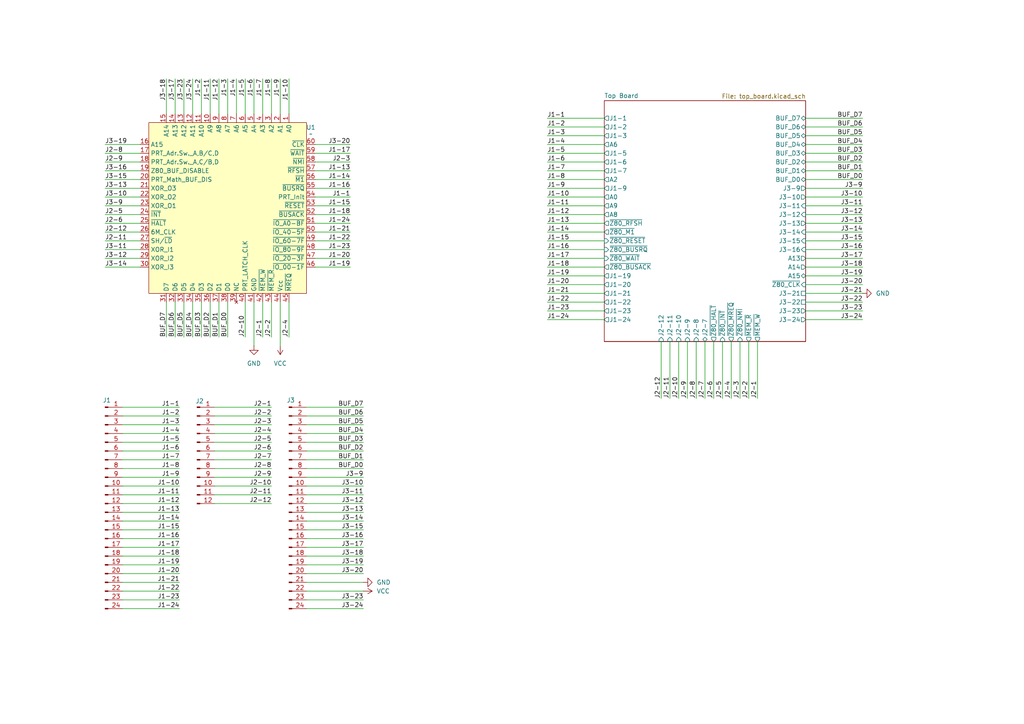
<source format=kicad_sch>
(kicad_sch
	(version 20231120)
	(generator "eeschema")
	(generator_version "8.0")
	(uuid "6f5335a8-66b5-468f-92d4-becfba378f22")
	(paper "A4")
	(lib_symbols
		(symbol "Connector:Conn_01x12_Pin"
			(pin_names
				(offset 1.016) hide)
			(exclude_from_sim no)
			(in_bom yes)
			(on_board yes)
			(property "Reference" "J"
				(at 0 15.24 0)
				(effects
					(font
						(size 1.27 1.27)
					)
				)
			)
			(property "Value" "Conn_01x12_Pin"
				(at 0 -17.78 0)
				(effects
					(font
						(size 1.27 1.27)
					)
				)
			)
			(property "Footprint" ""
				(at 0 0 0)
				(effects
					(font
						(size 1.27 1.27)
					)
					(hide yes)
				)
			)
			(property "Datasheet" "~"
				(at 0 0 0)
				(effects
					(font
						(size 1.27 1.27)
					)
					(hide yes)
				)
			)
			(property "Description" "Generic connector, single row, 01x12, script generated"
				(at 0 0 0)
				(effects
					(font
						(size 1.27 1.27)
					)
					(hide yes)
				)
			)
			(property "ki_locked" ""
				(at 0 0 0)
				(effects
					(font
						(size 1.27 1.27)
					)
				)
			)
			(property "ki_keywords" "connector"
				(at 0 0 0)
				(effects
					(font
						(size 1.27 1.27)
					)
					(hide yes)
				)
			)
			(property "ki_fp_filters" "Connector*:*_1x??_*"
				(at 0 0 0)
				(effects
					(font
						(size 1.27 1.27)
					)
					(hide yes)
				)
			)
			(symbol "Conn_01x12_Pin_1_1"
				(polyline
					(pts
						(xy 1.27 -15.24) (xy 0.8636 -15.24)
					)
					(stroke
						(width 0.1524)
						(type default)
					)
					(fill
						(type none)
					)
				)
				(polyline
					(pts
						(xy 1.27 -12.7) (xy 0.8636 -12.7)
					)
					(stroke
						(width 0.1524)
						(type default)
					)
					(fill
						(type none)
					)
				)
				(polyline
					(pts
						(xy 1.27 -10.16) (xy 0.8636 -10.16)
					)
					(stroke
						(width 0.1524)
						(type default)
					)
					(fill
						(type none)
					)
				)
				(polyline
					(pts
						(xy 1.27 -7.62) (xy 0.8636 -7.62)
					)
					(stroke
						(width 0.1524)
						(type default)
					)
					(fill
						(type none)
					)
				)
				(polyline
					(pts
						(xy 1.27 -5.08) (xy 0.8636 -5.08)
					)
					(stroke
						(width 0.1524)
						(type default)
					)
					(fill
						(type none)
					)
				)
				(polyline
					(pts
						(xy 1.27 -2.54) (xy 0.8636 -2.54)
					)
					(stroke
						(width 0.1524)
						(type default)
					)
					(fill
						(type none)
					)
				)
				(polyline
					(pts
						(xy 1.27 0) (xy 0.8636 0)
					)
					(stroke
						(width 0.1524)
						(type default)
					)
					(fill
						(type none)
					)
				)
				(polyline
					(pts
						(xy 1.27 2.54) (xy 0.8636 2.54)
					)
					(stroke
						(width 0.1524)
						(type default)
					)
					(fill
						(type none)
					)
				)
				(polyline
					(pts
						(xy 1.27 5.08) (xy 0.8636 5.08)
					)
					(stroke
						(width 0.1524)
						(type default)
					)
					(fill
						(type none)
					)
				)
				(polyline
					(pts
						(xy 1.27 7.62) (xy 0.8636 7.62)
					)
					(stroke
						(width 0.1524)
						(type default)
					)
					(fill
						(type none)
					)
				)
				(polyline
					(pts
						(xy 1.27 10.16) (xy 0.8636 10.16)
					)
					(stroke
						(width 0.1524)
						(type default)
					)
					(fill
						(type none)
					)
				)
				(polyline
					(pts
						(xy 1.27 12.7) (xy 0.8636 12.7)
					)
					(stroke
						(width 0.1524)
						(type default)
					)
					(fill
						(type none)
					)
				)
				(rectangle
					(start 0.8636 -15.113)
					(end 0 -15.367)
					(stroke
						(width 0.1524)
						(type default)
					)
					(fill
						(type outline)
					)
				)
				(rectangle
					(start 0.8636 -12.573)
					(end 0 -12.827)
					(stroke
						(width 0.1524)
						(type default)
					)
					(fill
						(type outline)
					)
				)
				(rectangle
					(start 0.8636 -10.033)
					(end 0 -10.287)
					(stroke
						(width 0.1524)
						(type default)
					)
					(fill
						(type outline)
					)
				)
				(rectangle
					(start 0.8636 -7.493)
					(end 0 -7.747)
					(stroke
						(width 0.1524)
						(type default)
					)
					(fill
						(type outline)
					)
				)
				(rectangle
					(start 0.8636 -4.953)
					(end 0 -5.207)
					(stroke
						(width 0.1524)
						(type default)
					)
					(fill
						(type outline)
					)
				)
				(rectangle
					(start 0.8636 -2.413)
					(end 0 -2.667)
					(stroke
						(width 0.1524)
						(type default)
					)
					(fill
						(type outline)
					)
				)
				(rectangle
					(start 0.8636 0.127)
					(end 0 -0.127)
					(stroke
						(width 0.1524)
						(type default)
					)
					(fill
						(type outline)
					)
				)
				(rectangle
					(start 0.8636 2.667)
					(end 0 2.413)
					(stroke
						(width 0.1524)
						(type default)
					)
					(fill
						(type outline)
					)
				)
				(rectangle
					(start 0.8636 5.207)
					(end 0 4.953)
					(stroke
						(width 0.1524)
						(type default)
					)
					(fill
						(type outline)
					)
				)
				(rectangle
					(start 0.8636 7.747)
					(end 0 7.493)
					(stroke
						(width 0.1524)
						(type default)
					)
					(fill
						(type outline)
					)
				)
				(rectangle
					(start 0.8636 10.287)
					(end 0 10.033)
					(stroke
						(width 0.1524)
						(type default)
					)
					(fill
						(type outline)
					)
				)
				(rectangle
					(start 0.8636 12.827)
					(end 0 12.573)
					(stroke
						(width 0.1524)
						(type default)
					)
					(fill
						(type outline)
					)
				)
				(pin passive line
					(at 5.08 12.7 180)
					(length 3.81)
					(name "Pin_1"
						(effects
							(font
								(size 1.27 1.27)
							)
						)
					)
					(number "1"
						(effects
							(font
								(size 1.27 1.27)
							)
						)
					)
				)
				(pin passive line
					(at 5.08 -10.16 180)
					(length 3.81)
					(name "Pin_10"
						(effects
							(font
								(size 1.27 1.27)
							)
						)
					)
					(number "10"
						(effects
							(font
								(size 1.27 1.27)
							)
						)
					)
				)
				(pin passive line
					(at 5.08 -12.7 180)
					(length 3.81)
					(name "Pin_11"
						(effects
							(font
								(size 1.27 1.27)
							)
						)
					)
					(number "11"
						(effects
							(font
								(size 1.27 1.27)
							)
						)
					)
				)
				(pin passive line
					(at 5.08 -15.24 180)
					(length 3.81)
					(name "Pin_12"
						(effects
							(font
								(size 1.27 1.27)
							)
						)
					)
					(number "12"
						(effects
							(font
								(size 1.27 1.27)
							)
						)
					)
				)
				(pin passive line
					(at 5.08 10.16 180)
					(length 3.81)
					(name "Pin_2"
						(effects
							(font
								(size 1.27 1.27)
							)
						)
					)
					(number "2"
						(effects
							(font
								(size 1.27 1.27)
							)
						)
					)
				)
				(pin passive line
					(at 5.08 7.62 180)
					(length 3.81)
					(name "Pin_3"
						(effects
							(font
								(size 1.27 1.27)
							)
						)
					)
					(number "3"
						(effects
							(font
								(size 1.27 1.27)
							)
						)
					)
				)
				(pin passive line
					(at 5.08 5.08 180)
					(length 3.81)
					(name "Pin_4"
						(effects
							(font
								(size 1.27 1.27)
							)
						)
					)
					(number "4"
						(effects
							(font
								(size 1.27 1.27)
							)
						)
					)
				)
				(pin passive line
					(at 5.08 2.54 180)
					(length 3.81)
					(name "Pin_5"
						(effects
							(font
								(size 1.27 1.27)
							)
						)
					)
					(number "5"
						(effects
							(font
								(size 1.27 1.27)
							)
						)
					)
				)
				(pin passive line
					(at 5.08 0 180)
					(length 3.81)
					(name "Pin_6"
						(effects
							(font
								(size 1.27 1.27)
							)
						)
					)
					(number "6"
						(effects
							(font
								(size 1.27 1.27)
							)
						)
					)
				)
				(pin passive line
					(at 5.08 -2.54 180)
					(length 3.81)
					(name "Pin_7"
						(effects
							(font
								(size 1.27 1.27)
							)
						)
					)
					(number "7"
						(effects
							(font
								(size 1.27 1.27)
							)
						)
					)
				)
				(pin passive line
					(at 5.08 -5.08 180)
					(length 3.81)
					(name "Pin_8"
						(effects
							(font
								(size 1.27 1.27)
							)
						)
					)
					(number "8"
						(effects
							(font
								(size 1.27 1.27)
							)
						)
					)
				)
				(pin passive line
					(at 5.08 -7.62 180)
					(length 3.81)
					(name "Pin_9"
						(effects
							(font
								(size 1.27 1.27)
							)
						)
					)
					(number "9"
						(effects
							(font
								(size 1.27 1.27)
							)
						)
					)
				)
			)
		)
		(symbol "Connector:Conn_01x24_Pin"
			(pin_names
				(offset 1.016) hide)
			(exclude_from_sim no)
			(in_bom yes)
			(on_board yes)
			(property "Reference" "J"
				(at 0 30.48 0)
				(effects
					(font
						(size 1.27 1.27)
					)
				)
			)
			(property "Value" "Conn_01x24_Pin"
				(at 0 -33.02 0)
				(effects
					(font
						(size 1.27 1.27)
					)
				)
			)
			(property "Footprint" ""
				(at 0 0 0)
				(effects
					(font
						(size 1.27 1.27)
					)
					(hide yes)
				)
			)
			(property "Datasheet" "~"
				(at 0 0 0)
				(effects
					(font
						(size 1.27 1.27)
					)
					(hide yes)
				)
			)
			(property "Description" "Generic connector, single row, 01x24, script generated"
				(at 0 0 0)
				(effects
					(font
						(size 1.27 1.27)
					)
					(hide yes)
				)
			)
			(property "ki_locked" ""
				(at 0 0 0)
				(effects
					(font
						(size 1.27 1.27)
					)
				)
			)
			(property "ki_keywords" "connector"
				(at 0 0 0)
				(effects
					(font
						(size 1.27 1.27)
					)
					(hide yes)
				)
			)
			(property "ki_fp_filters" "Connector*:*_1x??_*"
				(at 0 0 0)
				(effects
					(font
						(size 1.27 1.27)
					)
					(hide yes)
				)
			)
			(symbol "Conn_01x24_Pin_1_1"
				(polyline
					(pts
						(xy 1.27 -30.48) (xy 0.8636 -30.48)
					)
					(stroke
						(width 0.1524)
						(type default)
					)
					(fill
						(type none)
					)
				)
				(polyline
					(pts
						(xy 1.27 -27.94) (xy 0.8636 -27.94)
					)
					(stroke
						(width 0.1524)
						(type default)
					)
					(fill
						(type none)
					)
				)
				(polyline
					(pts
						(xy 1.27 -25.4) (xy 0.8636 -25.4)
					)
					(stroke
						(width 0.1524)
						(type default)
					)
					(fill
						(type none)
					)
				)
				(polyline
					(pts
						(xy 1.27 -22.86) (xy 0.8636 -22.86)
					)
					(stroke
						(width 0.1524)
						(type default)
					)
					(fill
						(type none)
					)
				)
				(polyline
					(pts
						(xy 1.27 -20.32) (xy 0.8636 -20.32)
					)
					(stroke
						(width 0.1524)
						(type default)
					)
					(fill
						(type none)
					)
				)
				(polyline
					(pts
						(xy 1.27 -17.78) (xy 0.8636 -17.78)
					)
					(stroke
						(width 0.1524)
						(type default)
					)
					(fill
						(type none)
					)
				)
				(polyline
					(pts
						(xy 1.27 -15.24) (xy 0.8636 -15.24)
					)
					(stroke
						(width 0.1524)
						(type default)
					)
					(fill
						(type none)
					)
				)
				(polyline
					(pts
						(xy 1.27 -12.7) (xy 0.8636 -12.7)
					)
					(stroke
						(width 0.1524)
						(type default)
					)
					(fill
						(type none)
					)
				)
				(polyline
					(pts
						(xy 1.27 -10.16) (xy 0.8636 -10.16)
					)
					(stroke
						(width 0.1524)
						(type default)
					)
					(fill
						(type none)
					)
				)
				(polyline
					(pts
						(xy 1.27 -7.62) (xy 0.8636 -7.62)
					)
					(stroke
						(width 0.1524)
						(type default)
					)
					(fill
						(type none)
					)
				)
				(polyline
					(pts
						(xy 1.27 -5.08) (xy 0.8636 -5.08)
					)
					(stroke
						(width 0.1524)
						(type default)
					)
					(fill
						(type none)
					)
				)
				(polyline
					(pts
						(xy 1.27 -2.54) (xy 0.8636 -2.54)
					)
					(stroke
						(width 0.1524)
						(type default)
					)
					(fill
						(type none)
					)
				)
				(polyline
					(pts
						(xy 1.27 0) (xy 0.8636 0)
					)
					(stroke
						(width 0.1524)
						(type default)
					)
					(fill
						(type none)
					)
				)
				(polyline
					(pts
						(xy 1.27 2.54) (xy 0.8636 2.54)
					)
					(stroke
						(width 0.1524)
						(type default)
					)
					(fill
						(type none)
					)
				)
				(polyline
					(pts
						(xy 1.27 5.08) (xy 0.8636 5.08)
					)
					(stroke
						(width 0.1524)
						(type default)
					)
					(fill
						(type none)
					)
				)
				(polyline
					(pts
						(xy 1.27 7.62) (xy 0.8636 7.62)
					)
					(stroke
						(width 0.1524)
						(type default)
					)
					(fill
						(type none)
					)
				)
				(polyline
					(pts
						(xy 1.27 10.16) (xy 0.8636 10.16)
					)
					(stroke
						(width 0.1524)
						(type default)
					)
					(fill
						(type none)
					)
				)
				(polyline
					(pts
						(xy 1.27 12.7) (xy 0.8636 12.7)
					)
					(stroke
						(width 0.1524)
						(type default)
					)
					(fill
						(type none)
					)
				)
				(polyline
					(pts
						(xy 1.27 15.24) (xy 0.8636 15.24)
					)
					(stroke
						(width 0.1524)
						(type default)
					)
					(fill
						(type none)
					)
				)
				(polyline
					(pts
						(xy 1.27 17.78) (xy 0.8636 17.78)
					)
					(stroke
						(width 0.1524)
						(type default)
					)
					(fill
						(type none)
					)
				)
				(polyline
					(pts
						(xy 1.27 20.32) (xy 0.8636 20.32)
					)
					(stroke
						(width 0.1524)
						(type default)
					)
					(fill
						(type none)
					)
				)
				(polyline
					(pts
						(xy 1.27 22.86) (xy 0.8636 22.86)
					)
					(stroke
						(width 0.1524)
						(type default)
					)
					(fill
						(type none)
					)
				)
				(polyline
					(pts
						(xy 1.27 25.4) (xy 0.8636 25.4)
					)
					(stroke
						(width 0.1524)
						(type default)
					)
					(fill
						(type none)
					)
				)
				(polyline
					(pts
						(xy 1.27 27.94) (xy 0.8636 27.94)
					)
					(stroke
						(width 0.1524)
						(type default)
					)
					(fill
						(type none)
					)
				)
				(rectangle
					(start 0.8636 -30.353)
					(end 0 -30.607)
					(stroke
						(width 0.1524)
						(type default)
					)
					(fill
						(type outline)
					)
				)
				(rectangle
					(start 0.8636 -27.813)
					(end 0 -28.067)
					(stroke
						(width 0.1524)
						(type default)
					)
					(fill
						(type outline)
					)
				)
				(rectangle
					(start 0.8636 -25.273)
					(end 0 -25.527)
					(stroke
						(width 0.1524)
						(type default)
					)
					(fill
						(type outline)
					)
				)
				(rectangle
					(start 0.8636 -22.733)
					(end 0 -22.987)
					(stroke
						(width 0.1524)
						(type default)
					)
					(fill
						(type outline)
					)
				)
				(rectangle
					(start 0.8636 -20.193)
					(end 0 -20.447)
					(stroke
						(width 0.1524)
						(type default)
					)
					(fill
						(type outline)
					)
				)
				(rectangle
					(start 0.8636 -17.653)
					(end 0 -17.907)
					(stroke
						(width 0.1524)
						(type default)
					)
					(fill
						(type outline)
					)
				)
				(rectangle
					(start 0.8636 -15.113)
					(end 0 -15.367)
					(stroke
						(width 0.1524)
						(type default)
					)
					(fill
						(type outline)
					)
				)
				(rectangle
					(start 0.8636 -12.573)
					(end 0 -12.827)
					(stroke
						(width 0.1524)
						(type default)
					)
					(fill
						(type outline)
					)
				)
				(rectangle
					(start 0.8636 -10.033)
					(end 0 -10.287)
					(stroke
						(width 0.1524)
						(type default)
					)
					(fill
						(type outline)
					)
				)
				(rectangle
					(start 0.8636 -7.493)
					(end 0 -7.747)
					(stroke
						(width 0.1524)
						(type default)
					)
					(fill
						(type outline)
					)
				)
				(rectangle
					(start 0.8636 -4.953)
					(end 0 -5.207)
					(stroke
						(width 0.1524)
						(type default)
					)
					(fill
						(type outline)
					)
				)
				(rectangle
					(start 0.8636 -2.413)
					(end 0 -2.667)
					(stroke
						(width 0.1524)
						(type default)
					)
					(fill
						(type outline)
					)
				)
				(rectangle
					(start 0.8636 0.127)
					(end 0 -0.127)
					(stroke
						(width 0.1524)
						(type default)
					)
					(fill
						(type outline)
					)
				)
				(rectangle
					(start 0.8636 2.667)
					(end 0 2.413)
					(stroke
						(width 0.1524)
						(type default)
					)
					(fill
						(type outline)
					)
				)
				(rectangle
					(start 0.8636 5.207)
					(end 0 4.953)
					(stroke
						(width 0.1524)
						(type default)
					)
					(fill
						(type outline)
					)
				)
				(rectangle
					(start 0.8636 7.747)
					(end 0 7.493)
					(stroke
						(width 0.1524)
						(type default)
					)
					(fill
						(type outline)
					)
				)
				(rectangle
					(start 0.8636 10.287)
					(end 0 10.033)
					(stroke
						(width 0.1524)
						(type default)
					)
					(fill
						(type outline)
					)
				)
				(rectangle
					(start 0.8636 12.827)
					(end 0 12.573)
					(stroke
						(width 0.1524)
						(type default)
					)
					(fill
						(type outline)
					)
				)
				(rectangle
					(start 0.8636 15.367)
					(end 0 15.113)
					(stroke
						(width 0.1524)
						(type default)
					)
					(fill
						(type outline)
					)
				)
				(rectangle
					(start 0.8636 17.907)
					(end 0 17.653)
					(stroke
						(width 0.1524)
						(type default)
					)
					(fill
						(type outline)
					)
				)
				(rectangle
					(start 0.8636 20.447)
					(end 0 20.193)
					(stroke
						(width 0.1524)
						(type default)
					)
					(fill
						(type outline)
					)
				)
				(rectangle
					(start 0.8636 22.987)
					(end 0 22.733)
					(stroke
						(width 0.1524)
						(type default)
					)
					(fill
						(type outline)
					)
				)
				(rectangle
					(start 0.8636 25.527)
					(end 0 25.273)
					(stroke
						(width 0.1524)
						(type default)
					)
					(fill
						(type outline)
					)
				)
				(rectangle
					(start 0.8636 28.067)
					(end 0 27.813)
					(stroke
						(width 0.1524)
						(type default)
					)
					(fill
						(type outline)
					)
				)
				(pin passive line
					(at 5.08 27.94 180)
					(length 3.81)
					(name "Pin_1"
						(effects
							(font
								(size 1.27 1.27)
							)
						)
					)
					(number "1"
						(effects
							(font
								(size 1.27 1.27)
							)
						)
					)
				)
				(pin passive line
					(at 5.08 5.08 180)
					(length 3.81)
					(name "Pin_10"
						(effects
							(font
								(size 1.27 1.27)
							)
						)
					)
					(number "10"
						(effects
							(font
								(size 1.27 1.27)
							)
						)
					)
				)
				(pin passive line
					(at 5.08 2.54 180)
					(length 3.81)
					(name "Pin_11"
						(effects
							(font
								(size 1.27 1.27)
							)
						)
					)
					(number "11"
						(effects
							(font
								(size 1.27 1.27)
							)
						)
					)
				)
				(pin passive line
					(at 5.08 0 180)
					(length 3.81)
					(name "Pin_12"
						(effects
							(font
								(size 1.27 1.27)
							)
						)
					)
					(number "12"
						(effects
							(font
								(size 1.27 1.27)
							)
						)
					)
				)
				(pin passive line
					(at 5.08 -2.54 180)
					(length 3.81)
					(name "Pin_13"
						(effects
							(font
								(size 1.27 1.27)
							)
						)
					)
					(number "13"
						(effects
							(font
								(size 1.27 1.27)
							)
						)
					)
				)
				(pin passive line
					(at 5.08 -5.08 180)
					(length 3.81)
					(name "Pin_14"
						(effects
							(font
								(size 1.27 1.27)
							)
						)
					)
					(number "14"
						(effects
							(font
								(size 1.27 1.27)
							)
						)
					)
				)
				(pin passive line
					(at 5.08 -7.62 180)
					(length 3.81)
					(name "Pin_15"
						(effects
							(font
								(size 1.27 1.27)
							)
						)
					)
					(number "15"
						(effects
							(font
								(size 1.27 1.27)
							)
						)
					)
				)
				(pin passive line
					(at 5.08 -10.16 180)
					(length 3.81)
					(name "Pin_16"
						(effects
							(font
								(size 1.27 1.27)
							)
						)
					)
					(number "16"
						(effects
							(font
								(size 1.27 1.27)
							)
						)
					)
				)
				(pin passive line
					(at 5.08 -12.7 180)
					(length 3.81)
					(name "Pin_17"
						(effects
							(font
								(size 1.27 1.27)
							)
						)
					)
					(number "17"
						(effects
							(font
								(size 1.27 1.27)
							)
						)
					)
				)
				(pin passive line
					(at 5.08 -15.24 180)
					(length 3.81)
					(name "Pin_18"
						(effects
							(font
								(size 1.27 1.27)
							)
						)
					)
					(number "18"
						(effects
							(font
								(size 1.27 1.27)
							)
						)
					)
				)
				(pin passive line
					(at 5.08 -17.78 180)
					(length 3.81)
					(name "Pin_19"
						(effects
							(font
								(size 1.27 1.27)
							)
						)
					)
					(number "19"
						(effects
							(font
								(size 1.27 1.27)
							)
						)
					)
				)
				(pin passive line
					(at 5.08 25.4 180)
					(length 3.81)
					(name "Pin_2"
						(effects
							(font
								(size 1.27 1.27)
							)
						)
					)
					(number "2"
						(effects
							(font
								(size 1.27 1.27)
							)
						)
					)
				)
				(pin passive line
					(at 5.08 -20.32 180)
					(length 3.81)
					(name "Pin_20"
						(effects
							(font
								(size 1.27 1.27)
							)
						)
					)
					(number "20"
						(effects
							(font
								(size 1.27 1.27)
							)
						)
					)
				)
				(pin passive line
					(at 5.08 -22.86 180)
					(length 3.81)
					(name "Pin_21"
						(effects
							(font
								(size 1.27 1.27)
							)
						)
					)
					(number "21"
						(effects
							(font
								(size 1.27 1.27)
							)
						)
					)
				)
				(pin passive line
					(at 5.08 -25.4 180)
					(length 3.81)
					(name "Pin_22"
						(effects
							(font
								(size 1.27 1.27)
							)
						)
					)
					(number "22"
						(effects
							(font
								(size 1.27 1.27)
							)
						)
					)
				)
				(pin passive line
					(at 5.08 -27.94 180)
					(length 3.81)
					(name "Pin_23"
						(effects
							(font
								(size 1.27 1.27)
							)
						)
					)
					(number "23"
						(effects
							(font
								(size 1.27 1.27)
							)
						)
					)
				)
				(pin passive line
					(at 5.08 -30.48 180)
					(length 3.81)
					(name "Pin_24"
						(effects
							(font
								(size 1.27 1.27)
							)
						)
					)
					(number "24"
						(effects
							(font
								(size 1.27 1.27)
							)
						)
					)
				)
				(pin passive line
					(at 5.08 22.86 180)
					(length 3.81)
					(name "Pin_3"
						(effects
							(font
								(size 1.27 1.27)
							)
						)
					)
					(number "3"
						(effects
							(font
								(size 1.27 1.27)
							)
						)
					)
				)
				(pin passive line
					(at 5.08 20.32 180)
					(length 3.81)
					(name "Pin_4"
						(effects
							(font
								(size 1.27 1.27)
							)
						)
					)
					(number "4"
						(effects
							(font
								(size 1.27 1.27)
							)
						)
					)
				)
				(pin passive line
					(at 5.08 17.78 180)
					(length 3.81)
					(name "Pin_5"
						(effects
							(font
								(size 1.27 1.27)
							)
						)
					)
					(number "5"
						(effects
							(font
								(size 1.27 1.27)
							)
						)
					)
				)
				(pin passive line
					(at 5.08 15.24 180)
					(length 3.81)
					(name "Pin_6"
						(effects
							(font
								(size 1.27 1.27)
							)
						)
					)
					(number "6"
						(effects
							(font
								(size 1.27 1.27)
							)
						)
					)
				)
				(pin passive line
					(at 5.08 12.7 180)
					(length 3.81)
					(name "Pin_7"
						(effects
							(font
								(size 1.27 1.27)
							)
						)
					)
					(number "7"
						(effects
							(font
								(size 1.27 1.27)
							)
						)
					)
				)
				(pin passive line
					(at 5.08 10.16 180)
					(length 3.81)
					(name "Pin_8"
						(effects
							(font
								(size 1.27 1.27)
							)
						)
					)
					(number "8"
						(effects
							(font
								(size 1.27 1.27)
							)
						)
					)
				)
				(pin passive line
					(at 5.08 7.62 180)
					(length 3.81)
					(name "Pin_9"
						(effects
							(font
								(size 1.27 1.27)
							)
						)
					)
					(number "9"
						(effects
							(font
								(size 1.27 1.27)
							)
						)
					)
				)
			)
		)
		(symbol "MSP-MDC:MSP-MDC"
			(exclude_from_sim no)
			(in_bom yes)
			(on_board yes)
			(property "Reference" "U"
				(at 2.54 31.496 0)
				(effects
					(font
						(size 1.27 1.27)
					)
				)
			)
			(property "Value" ""
				(at 0 0 0)
				(effects
					(font
						(size 1.27 1.27)
					)
				)
			)
			(property "Footprint" ""
				(at 0 0 0)
				(effects
					(font
						(size 1.27 1.27)
					)
					(hide yes)
				)
			)
			(property "Datasheet" ""
				(at 0 0 0)
				(effects
					(font
						(size 1.27 1.27)
					)
					(hide yes)
				)
			)
			(property "Description" ""
				(at 0 0 0)
				(effects
					(font
						(size 1.27 1.27)
					)
					(hide yes)
				)
			)
			(symbol "MSP-MDC_1_1"
				(rectangle
					(start -16.51 16.51)
					(end 29.21 -33.02)
					(stroke
						(width 0)
						(type default)
					)
					(fill
						(type background)
					)
				)
				(pin output line
					(at 24.13 19.05 270)
					(length 2.54)
					(name "A0"
						(effects
							(font
								(size 1.27 1.27)
							)
						)
					)
					(number "1"
						(effects
							(font
								(size 1.27 1.27)
							)
						)
					)
				)
				(pin output line
					(at 1.27 19.05 270)
					(length 2.54)
					(name "A9"
						(effects
							(font
								(size 1.27 1.27)
							)
						)
					)
					(number "10"
						(effects
							(font
								(size 1.27 1.27)
							)
						)
					)
				)
				(pin output line
					(at -1.27 19.05 270)
					(length 2.54)
					(name "A10"
						(effects
							(font
								(size 1.27 1.27)
							)
						)
					)
					(number "11"
						(effects
							(font
								(size 1.27 1.27)
							)
						)
					)
				)
				(pin output line
					(at -3.81 19.05 270)
					(length 2.54)
					(name "A11"
						(effects
							(font
								(size 1.27 1.27)
							)
						)
					)
					(number "12"
						(effects
							(font
								(size 1.27 1.27)
							)
						)
					)
				)
				(pin output line
					(at -6.35 19.05 270)
					(length 2.54)
					(name "A12"
						(effects
							(font
								(size 1.27 1.27)
							)
						)
					)
					(number "13"
						(effects
							(font
								(size 1.27 1.27)
							)
						)
					)
				)
				(pin output line
					(at -8.89 19.05 270)
					(length 2.54)
					(name "A13"
						(effects
							(font
								(size 1.27 1.27)
							)
						)
					)
					(number "14"
						(effects
							(font
								(size 1.27 1.27)
							)
						)
					)
				)
				(pin output line
					(at -11.43 19.05 270)
					(length 2.54)
					(name "A14"
						(effects
							(font
								(size 1.27 1.27)
							)
						)
					)
					(number "15"
						(effects
							(font
								(size 1.27 1.27)
							)
						)
					)
				)
				(pin output line
					(at -19.05 10.16 0)
					(length 2.54)
					(name "A15"
						(effects
							(font
								(size 1.27 1.27)
							)
						)
					)
					(number "16"
						(effects
							(font
								(size 1.27 1.27)
							)
						)
					)
				)
				(pin input line
					(at -19.05 7.62 0)
					(length 2.54)
					(name "PRT_Adr.Sw._A,B/C,D"
						(effects
							(font
								(size 1.27 1.27)
							)
						)
					)
					(number "17"
						(effects
							(font
								(size 1.27 1.27)
							)
						)
					)
				)
				(pin input line
					(at -19.05 5.08 0)
					(length 2.54)
					(name "PRT_Adr.Sw._A,C/B,D"
						(effects
							(font
								(size 1.27 1.27)
							)
						)
					)
					(number "18"
						(effects
							(font
								(size 1.27 1.27)
							)
						)
					)
				)
				(pin input line
					(at -19.05 2.54 0)
					(length 2.54)
					(name "Z80_BUF_DISABLE"
						(effects
							(font
								(size 1.27 1.27)
							)
						)
					)
					(number "19"
						(effects
							(font
								(size 1.27 1.27)
							)
						)
					)
				)
				(pin output line
					(at 21.59 19.05 270)
					(length 2.54)
					(name "A1"
						(effects
							(font
								(size 1.27 1.27)
							)
						)
					)
					(number "2"
						(effects
							(font
								(size 1.27 1.27)
							)
						)
					)
				)
				(pin input line
					(at -19.05 0 0)
					(length 2.54)
					(name "PRT_Math_BUF_DIS"
						(effects
							(font
								(size 1.27 1.27)
							)
						)
					)
					(number "20"
						(effects
							(font
								(size 1.27 1.27)
							)
						)
					)
				)
				(pin output line
					(at -19.05 -2.54 0)
					(length 2.54)
					(name "XOR_O3"
						(effects
							(font
								(size 1.27 1.27)
							)
						)
					)
					(number "21"
						(effects
							(font
								(size 1.27 1.27)
							)
						)
					)
				)
				(pin output line
					(at -19.05 -5.08 0)
					(length 2.54)
					(name "XOR_O2"
						(effects
							(font
								(size 1.27 1.27)
							)
						)
					)
					(number "22"
						(effects
							(font
								(size 1.27 1.27)
							)
						)
					)
				)
				(pin output line
					(at -19.05 -7.62 0)
					(length 2.54)
					(name "XOR_O1"
						(effects
							(font
								(size 1.27 1.27)
							)
						)
					)
					(number "23"
						(effects
							(font
								(size 1.27 1.27)
							)
						)
					)
				)
				(pin input line
					(at -19.05 -10.16 0)
					(length 2.54)
					(name "~{INT}"
						(effects
							(font
								(size 1.27 1.27)
							)
						)
					)
					(number "24"
						(effects
							(font
								(size 1.27 1.27)
							)
						)
					)
				)
				(pin output line
					(at -19.05 -12.7 0)
					(length 2.54)
					(name "~{HALT}"
						(effects
							(font
								(size 1.27 1.27)
							)
						)
					)
					(number "25"
						(effects
							(font
								(size 1.27 1.27)
							)
						)
					)
				)
				(pin input line
					(at -19.05 -15.24 0)
					(length 2.54)
					(name "6M_CLK"
						(effects
							(font
								(size 1.27 1.27)
							)
						)
					)
					(number "26"
						(effects
							(font
								(size 1.27 1.27)
							)
						)
					)
				)
				(pin input line
					(at -19.05 -17.78 0)
					(length 2.54)
					(name "SH/~{LD}"
						(effects
							(font
								(size 1.27 1.27)
							)
						)
					)
					(number "27"
						(effects
							(font
								(size 1.27 1.27)
							)
						)
					)
				)
				(pin input line
					(at -19.05 -20.32 0)
					(length 2.54)
					(name "XOR_I1"
						(effects
							(font
								(size 1.27 1.27)
							)
						)
					)
					(number "28"
						(effects
							(font
								(size 1.27 1.27)
							)
						)
					)
				)
				(pin input line
					(at -19.05 -22.86 0)
					(length 2.54)
					(name "XOR_I2"
						(effects
							(font
								(size 1.27 1.27)
							)
						)
					)
					(number "29"
						(effects
							(font
								(size 1.27 1.27)
							)
						)
					)
				)
				(pin output line
					(at 19.05 19.05 270)
					(length 2.54)
					(name "A2"
						(effects
							(font
								(size 1.27 1.27)
							)
						)
					)
					(number "3"
						(effects
							(font
								(size 1.27 1.27)
							)
						)
					)
				)
				(pin input line
					(at -19.05 -25.4 0)
					(length 2.54)
					(name "XOR_I3"
						(effects
							(font
								(size 1.27 1.27)
							)
						)
					)
					(number "30"
						(effects
							(font
								(size 1.27 1.27)
							)
						)
					)
				)
				(pin bidirectional line
					(at -11.43 -35.56 90)
					(length 2.54)
					(name "D7"
						(effects
							(font
								(size 1.27 1.27)
							)
						)
					)
					(number "31"
						(effects
							(font
								(size 1.27 1.27)
							)
						)
					)
				)
				(pin bidirectional line
					(at -8.89 -35.56 90)
					(length 2.54)
					(name "D6"
						(effects
							(font
								(size 1.27 1.27)
							)
						)
					)
					(number "32"
						(effects
							(font
								(size 1.27 1.27)
							)
						)
					)
				)
				(pin bidirectional line
					(at -6.35 -35.56 90)
					(length 2.54)
					(name "D5"
						(effects
							(font
								(size 1.27 1.27)
							)
						)
					)
					(number "33"
						(effects
							(font
								(size 1.27 1.27)
							)
						)
					)
				)
				(pin bidirectional line
					(at -3.81 -35.56 90)
					(length 2.54)
					(name "D4"
						(effects
							(font
								(size 1.27 1.27)
							)
						)
					)
					(number "34"
						(effects
							(font
								(size 1.27 1.27)
							)
						)
					)
				)
				(pin bidirectional line
					(at -1.27 -35.56 90)
					(length 2.54)
					(name "D3"
						(effects
							(font
								(size 1.27 1.27)
							)
						)
					)
					(number "35"
						(effects
							(font
								(size 1.27 1.27)
							)
						)
					)
				)
				(pin bidirectional line
					(at 1.27 -35.56 90)
					(length 2.54)
					(name "D2"
						(effects
							(font
								(size 1.27 1.27)
							)
						)
					)
					(number "36"
						(effects
							(font
								(size 1.27 1.27)
							)
						)
					)
				)
				(pin bidirectional line
					(at 3.81 -35.56 90)
					(length 2.54)
					(name "D1"
						(effects
							(font
								(size 1.27 1.27)
							)
						)
					)
					(number "37"
						(effects
							(font
								(size 1.27 1.27)
							)
						)
					)
				)
				(pin bidirectional line
					(at 6.35 -35.56 90)
					(length 2.54)
					(name "D0"
						(effects
							(font
								(size 1.27 1.27)
							)
						)
					)
					(number "38"
						(effects
							(font
								(size 1.27 1.27)
							)
						)
					)
				)
				(pin no_connect line
					(at 8.89 -35.56 90)
					(length 2.54)
					(name "NC"
						(effects
							(font
								(size 1.27 1.27)
							)
						)
					)
					(number "39"
						(effects
							(font
								(size 1.27 1.27)
							)
						)
					)
				)
				(pin output line
					(at 16.51 19.05 270)
					(length 2.54)
					(name "A3"
						(effects
							(font
								(size 1.27 1.27)
							)
						)
					)
					(number "4"
						(effects
							(font
								(size 1.27 1.27)
							)
						)
					)
				)
				(pin input line
					(at 11.43 -35.56 90)
					(length 2.54)
					(name "PRT_LATCH_CLK"
						(effects
							(font
								(size 1.27 1.27)
							)
						)
					)
					(number "40"
						(effects
							(font
								(size 1.27 1.27)
							)
						)
					)
				)
				(pin power_in line
					(at 13.97 -35.56 90)
					(length 2.54)
					(name "GND"
						(effects
							(font
								(size 1.27 1.27)
							)
						)
					)
					(number "41"
						(effects
							(font
								(size 1.27 1.27)
							)
						)
					)
				)
				(pin output line
					(at 16.51 -35.56 90)
					(length 2.54)
					(name "~{MEM_W}"
						(effects
							(font
								(size 1.27 1.27)
							)
						)
					)
					(number "42"
						(effects
							(font
								(size 1.27 1.27)
							)
						)
					)
				)
				(pin output line
					(at 19.05 -35.56 90)
					(length 2.54)
					(name "~{MEM_R}"
						(effects
							(font
								(size 1.27 1.27)
							)
						)
					)
					(number "43"
						(effects
							(font
								(size 1.27 1.27)
							)
						)
					)
				)
				(pin power_in line
					(at 21.59 -35.56 90)
					(length 2.54)
					(name "Vcc"
						(effects
							(font
								(size 1.27 1.27)
							)
						)
					)
					(number "44"
						(effects
							(font
								(size 1.27 1.27)
							)
						)
					)
				)
				(pin output line
					(at 24.13 -35.56 90)
					(length 2.54)
					(name "~{MREQ}"
						(effects
							(font
								(size 1.27 1.27)
							)
						)
					)
					(number "45"
						(effects
							(font
								(size 1.27 1.27)
							)
						)
					)
				)
				(pin output line
					(at 31.75 -25.4 180)
					(length 2.54)
					(name "~{IO_00-1F}"
						(effects
							(font
								(size 1.27 1.27)
							)
						)
					)
					(number "46"
						(effects
							(font
								(size 1.27 1.27)
							)
						)
					)
				)
				(pin output line
					(at 31.75 -22.86 180)
					(length 2.54)
					(name "~{IO_20-3F}"
						(effects
							(font
								(size 1.27 1.27)
							)
						)
					)
					(number "47"
						(effects
							(font
								(size 1.27 1.27)
							)
						)
					)
				)
				(pin output line
					(at 31.75 -20.32 180)
					(length 2.54)
					(name "~{IO_80-9F}"
						(effects
							(font
								(size 1.27 1.27)
							)
						)
					)
					(number "48"
						(effects
							(font
								(size 1.27 1.27)
							)
						)
					)
				)
				(pin output line
					(at 31.75 -17.78 180)
					(length 2.54)
					(name "~{IO_60-7F}"
						(effects
							(font
								(size 1.27 1.27)
							)
						)
					)
					(number "49"
						(effects
							(font
								(size 1.27 1.27)
							)
						)
					)
				)
				(pin output line
					(at 13.97 19.05 270)
					(length 2.54)
					(name "A4"
						(effects
							(font
								(size 1.27 1.27)
							)
						)
					)
					(number "5"
						(effects
							(font
								(size 1.27 1.27)
							)
						)
					)
				)
				(pin output line
					(at 31.75 -15.24 180)
					(length 2.54)
					(name "~{IO_40-5F}"
						(effects
							(font
								(size 1.27 1.27)
							)
						)
					)
					(number "50"
						(effects
							(font
								(size 1.27 1.27)
							)
						)
					)
				)
				(pin output line
					(at 31.75 -12.7 180)
					(length 2.54)
					(name "~{IO_A0-BF}"
						(effects
							(font
								(size 1.27 1.27)
							)
						)
					)
					(number "51"
						(effects
							(font
								(size 1.27 1.27)
							)
						)
					)
				)
				(pin output line
					(at 31.75 -10.16 180)
					(length 2.54)
					(name "~{BUSACK}"
						(effects
							(font
								(size 1.27 1.27)
							)
						)
					)
					(number "52"
						(effects
							(font
								(size 1.27 1.27)
							)
						)
					)
				)
				(pin input line
					(at 31.75 -7.62 180)
					(length 2.54)
					(name "~{RESET}"
						(effects
							(font
								(size 1.27 1.27)
							)
						)
					)
					(number "53"
						(effects
							(font
								(size 1.27 1.27)
							)
						)
					)
				)
				(pin output line
					(at 31.75 -5.08 180)
					(length 2.54)
					(name "PRT_Init"
						(effects
							(font
								(size 1.27 1.27)
							)
						)
					)
					(number "54"
						(effects
							(font
								(size 1.27 1.27)
							)
						)
					)
				)
				(pin input line
					(at 31.75 -2.54 180)
					(length 2.54)
					(name "~{BUSRQ}"
						(effects
							(font
								(size 1.27 1.27)
							)
						)
					)
					(number "55"
						(effects
							(font
								(size 1.27 1.27)
							)
						)
					)
				)
				(pin output line
					(at 31.75 0 180)
					(length 2.54)
					(name "~{M1}"
						(effects
							(font
								(size 1.27 1.27)
							)
						)
					)
					(number "56"
						(effects
							(font
								(size 1.27 1.27)
							)
						)
					)
				)
				(pin output line
					(at 31.75 2.54 180)
					(length 2.54)
					(name "~{RFSH}"
						(effects
							(font
								(size 1.27 1.27)
							)
						)
					)
					(number "57"
						(effects
							(font
								(size 1.27 1.27)
							)
						)
					)
				)
				(pin input line
					(at 31.75 5.08 180)
					(length 2.54)
					(name "~{NMI}"
						(effects
							(font
								(size 1.27 1.27)
							)
						)
					)
					(number "58"
						(effects
							(font
								(size 1.27 1.27)
							)
						)
					)
				)
				(pin input line
					(at 31.75 7.62 180)
					(length 2.54)
					(name "~{WAIT}"
						(effects
							(font
								(size 1.27 1.27)
							)
						)
					)
					(number "59"
						(effects
							(font
								(size 1.27 1.27)
							)
						)
					)
				)
				(pin output line
					(at 11.43 19.05 270)
					(length 2.54)
					(name "A5"
						(effects
							(font
								(size 1.27 1.27)
							)
						)
					)
					(number "6"
						(effects
							(font
								(size 1.27 1.27)
							)
						)
					)
				)
				(pin input line
					(at 31.75 10.16 180)
					(length 2.54)
					(name "~{CLK}"
						(effects
							(font
								(size 1.27 1.27)
							)
						)
					)
					(number "60"
						(effects
							(font
								(size 1.27 1.27)
							)
						)
					)
				)
				(pin output line
					(at 8.89 19.05 270)
					(length 2.54)
					(name "A6"
						(effects
							(font
								(size 1.27 1.27)
							)
						)
					)
					(number "7"
						(effects
							(font
								(size 1.27 1.27)
							)
						)
					)
				)
				(pin output line
					(at 6.35 19.05 270)
					(length 2.54)
					(name "A7"
						(effects
							(font
								(size 1.27 1.27)
							)
						)
					)
					(number "8"
						(effects
							(font
								(size 1.27 1.27)
							)
						)
					)
				)
				(pin output line
					(at 3.81 19.05 270)
					(length 2.54)
					(name "A8"
						(effects
							(font
								(size 1.27 1.27)
							)
						)
					)
					(number "9"
						(effects
							(font
								(size 1.27 1.27)
							)
						)
					)
				)
			)
		)
		(symbol "power:GND"
			(power)
			(pin_numbers hide)
			(pin_names
				(offset 0) hide)
			(exclude_from_sim no)
			(in_bom yes)
			(on_board yes)
			(property "Reference" "#PWR"
				(at 0 -6.35 0)
				(effects
					(font
						(size 1.27 1.27)
					)
					(hide yes)
				)
			)
			(property "Value" "GND"
				(at 0 -3.81 0)
				(effects
					(font
						(size 1.27 1.27)
					)
				)
			)
			(property "Footprint" ""
				(at 0 0 0)
				(effects
					(font
						(size 1.27 1.27)
					)
					(hide yes)
				)
			)
			(property "Datasheet" ""
				(at 0 0 0)
				(effects
					(font
						(size 1.27 1.27)
					)
					(hide yes)
				)
			)
			(property "Description" "Power symbol creates a global label with name \"GND\" , ground"
				(at 0 0 0)
				(effects
					(font
						(size 1.27 1.27)
					)
					(hide yes)
				)
			)
			(property "ki_keywords" "global power"
				(at 0 0 0)
				(effects
					(font
						(size 1.27 1.27)
					)
					(hide yes)
				)
			)
			(symbol "GND_0_1"
				(polyline
					(pts
						(xy 0 0) (xy 0 -1.27) (xy 1.27 -1.27) (xy 0 -2.54) (xy -1.27 -1.27) (xy 0 -1.27)
					)
					(stroke
						(width 0)
						(type default)
					)
					(fill
						(type none)
					)
				)
			)
			(symbol "GND_1_1"
				(pin power_in line
					(at 0 0 270)
					(length 0)
					(name "~"
						(effects
							(font
								(size 1.27 1.27)
							)
						)
					)
					(number "1"
						(effects
							(font
								(size 1.27 1.27)
							)
						)
					)
				)
			)
		)
		(symbol "power:VCC"
			(power)
			(pin_numbers hide)
			(pin_names
				(offset 0) hide)
			(exclude_from_sim no)
			(in_bom yes)
			(on_board yes)
			(property "Reference" "#PWR"
				(at 0 -3.81 0)
				(effects
					(font
						(size 1.27 1.27)
					)
					(hide yes)
				)
			)
			(property "Value" "VCC"
				(at 0 3.556 0)
				(effects
					(font
						(size 1.27 1.27)
					)
				)
			)
			(property "Footprint" ""
				(at 0 0 0)
				(effects
					(font
						(size 1.27 1.27)
					)
					(hide yes)
				)
			)
			(property "Datasheet" ""
				(at 0 0 0)
				(effects
					(font
						(size 1.27 1.27)
					)
					(hide yes)
				)
			)
			(property "Description" "Power symbol creates a global label with name \"VCC\""
				(at 0 0 0)
				(effects
					(font
						(size 1.27 1.27)
					)
					(hide yes)
				)
			)
			(property "ki_keywords" "global power"
				(at 0 0 0)
				(effects
					(font
						(size 1.27 1.27)
					)
					(hide yes)
				)
			)
			(symbol "VCC_0_1"
				(polyline
					(pts
						(xy -0.762 1.27) (xy 0 2.54)
					)
					(stroke
						(width 0)
						(type default)
					)
					(fill
						(type none)
					)
				)
				(polyline
					(pts
						(xy 0 0) (xy 0 2.54)
					)
					(stroke
						(width 0)
						(type default)
					)
					(fill
						(type none)
					)
				)
				(polyline
					(pts
						(xy 0 2.54) (xy 0.762 1.27)
					)
					(stroke
						(width 0)
						(type default)
					)
					(fill
						(type none)
					)
				)
			)
			(symbol "VCC_1_1"
				(pin power_in line
					(at 0 0 90)
					(length 0)
					(name "~"
						(effects
							(font
								(size 1.27 1.27)
							)
						)
					)
					(number "1"
						(effects
							(font
								(size 1.27 1.27)
							)
						)
					)
				)
			)
		)
	)
	(wire
		(pts
			(xy 91.44 46.99) (xy 101.6 46.99)
		)
		(stroke
			(width 0)
			(type default)
		)
		(uuid "014c8ef2-6161-4f95-a49e-163899984f5c")
	)
	(wire
		(pts
			(xy 204.47 99.06) (xy 204.47 115.57)
		)
		(stroke
			(width 0)
			(type default)
		)
		(uuid "015b8c2b-5043-42c3-9349-da34e434beb1")
	)
	(wire
		(pts
			(xy 88.9 135.89) (xy 105.41 135.89)
		)
		(stroke
			(width 0)
			(type default)
		)
		(uuid "01f985b5-af13-4ae8-b11b-096376be1521")
	)
	(wire
		(pts
			(xy 88.9 153.67) (xy 105.41 153.67)
		)
		(stroke
			(width 0)
			(type default)
		)
		(uuid "0502bfd1-98a1-473a-ac69-f4a91a424f3a")
	)
	(wire
		(pts
			(xy 91.44 62.23) (xy 101.6 62.23)
		)
		(stroke
			(width 0)
			(type default)
		)
		(uuid "0666ff93-5f19-491b-a0a4-6bd8891ce2f9")
	)
	(wire
		(pts
			(xy 35.56 133.35) (xy 52.07 133.35)
		)
		(stroke
			(width 0)
			(type default)
		)
		(uuid "0726d453-7d37-4255-9cc2-b405b1c201a8")
	)
	(wire
		(pts
			(xy 88.9 163.83) (xy 105.41 163.83)
		)
		(stroke
			(width 0)
			(type default)
		)
		(uuid "0aaa4ae3-804b-4c0e-afc6-dc187599d0ba")
	)
	(wire
		(pts
			(xy 175.26 90.17) (xy 158.75 90.17)
		)
		(stroke
			(width 0)
			(type default)
		)
		(uuid "0c156b17-5401-42ee-947e-ffc800e7ca50")
	)
	(wire
		(pts
			(xy 175.26 49.53) (xy 158.75 49.53)
		)
		(stroke
			(width 0)
			(type default)
		)
		(uuid "0c2ab96b-1542-4bfd-84a3-4c5bd4c3233d")
	)
	(wire
		(pts
			(xy 81.28 33.02) (xy 81.28 22.86)
		)
		(stroke
			(width 0)
			(type default)
		)
		(uuid "0ca5e419-26e1-4d64-a536-f40606e42182")
	)
	(wire
		(pts
			(xy 62.23 146.05) (xy 78.74 146.05)
		)
		(stroke
			(width 0)
			(type default)
		)
		(uuid "0d8a2033-f21c-4feb-b7a0-4e71d06f371d")
	)
	(wire
		(pts
			(xy 88.9 140.97) (xy 105.41 140.97)
		)
		(stroke
			(width 0)
			(type default)
		)
		(uuid "0fe5205d-a809-4b34-b294-59eb8951c6d9")
	)
	(wire
		(pts
			(xy 88.9 138.43) (xy 105.41 138.43)
		)
		(stroke
			(width 0)
			(type default)
		)
		(uuid "10423f4a-2b60-41d2-be2a-e3e98b5ec268")
	)
	(wire
		(pts
			(xy 175.26 59.69) (xy 158.75 59.69)
		)
		(stroke
			(width 0)
			(type default)
		)
		(uuid "109cf05d-185c-4d51-a874-991a3c5fac2b")
	)
	(wire
		(pts
			(xy 91.44 67.31) (xy 101.6 67.31)
		)
		(stroke
			(width 0)
			(type default)
		)
		(uuid "109d207f-4c0a-42df-abb9-e8d7f264dd74")
	)
	(wire
		(pts
			(xy 175.26 34.29) (xy 158.75 34.29)
		)
		(stroke
			(width 0)
			(type default)
		)
		(uuid "122532f9-18d1-4f6d-8630-6df92c7be713")
	)
	(wire
		(pts
			(xy 30.48 46.99) (xy 40.64 46.99)
		)
		(stroke
			(width 0)
			(type default)
		)
		(uuid "12b9338c-5bec-4a49-ab82-52c89efdb4ce")
	)
	(wire
		(pts
			(xy 212.09 99.06) (xy 212.09 115.57)
		)
		(stroke
			(width 0)
			(type default)
		)
		(uuid "1329bcc3-5f5c-4090-8d02-85284774d2fd")
	)
	(wire
		(pts
			(xy 62.23 118.11) (xy 78.74 118.11)
		)
		(stroke
			(width 0)
			(type default)
		)
		(uuid "14cfa35d-e8a6-49b5-a784-b3057df1fb02")
	)
	(wire
		(pts
			(xy 35.56 153.67) (xy 52.07 153.67)
		)
		(stroke
			(width 0)
			(type default)
		)
		(uuid "1525a895-7218-4581-951c-d188bd20e85c")
	)
	(wire
		(pts
			(xy 35.56 171.45) (xy 52.07 171.45)
		)
		(stroke
			(width 0)
			(type default)
		)
		(uuid "15c9dbb8-059e-42f9-a9b3-028e6e571333")
	)
	(wire
		(pts
			(xy 233.68 92.71) (xy 250.19 92.71)
		)
		(stroke
			(width 0)
			(type default)
		)
		(uuid "1670b76c-639f-4d1a-bd27-88fd142b26b0")
	)
	(wire
		(pts
			(xy 88.9 120.65) (xy 105.41 120.65)
		)
		(stroke
			(width 0)
			(type default)
		)
		(uuid "1845db28-aed0-467a-ac78-6669d9b5828a")
	)
	(wire
		(pts
			(xy 233.68 44.45) (xy 250.19 44.45)
		)
		(stroke
			(width 0)
			(type default)
		)
		(uuid "1a0b67e6-bcd7-472e-8f63-245aec047b77")
	)
	(wire
		(pts
			(xy 62.23 125.73) (xy 78.74 125.73)
		)
		(stroke
			(width 0)
			(type default)
		)
		(uuid "1d17409b-1f22-4573-b744-8df948b2f627")
	)
	(wire
		(pts
			(xy 233.68 82.55) (xy 250.19 82.55)
		)
		(stroke
			(width 0)
			(type default)
		)
		(uuid "1fb0e7e3-d3fc-48dc-bfb3-fd771b5bd8b3")
	)
	(wire
		(pts
			(xy 175.26 67.31) (xy 158.75 67.31)
		)
		(stroke
			(width 0)
			(type default)
		)
		(uuid "1fd26fa4-f741-4f92-bf57-ad1410ce787b")
	)
	(wire
		(pts
			(xy 63.5 97.79) (xy 63.5 87.63)
		)
		(stroke
			(width 0)
			(type default)
		)
		(uuid "2030543a-da37-4cb4-be7a-78a637dfb5fb")
	)
	(wire
		(pts
			(xy 175.26 87.63) (xy 158.75 87.63)
		)
		(stroke
			(width 0)
			(type default)
		)
		(uuid "226d719e-e6af-4415-8bbf-1b90c5c8b272")
	)
	(wire
		(pts
			(xy 91.44 52.07) (xy 101.6 52.07)
		)
		(stroke
			(width 0)
			(type default)
		)
		(uuid "262a1cc3-7787-43f3-87c9-f73dc78b2ec1")
	)
	(wire
		(pts
			(xy 233.68 49.53) (xy 250.19 49.53)
		)
		(stroke
			(width 0)
			(type default)
		)
		(uuid "26c5bfbd-8518-454e-8164-f87287a00c11")
	)
	(wire
		(pts
			(xy 233.68 59.69) (xy 250.19 59.69)
		)
		(stroke
			(width 0)
			(type default)
		)
		(uuid "29536cc0-014e-422f-b9ef-0bdf15281b9d")
	)
	(wire
		(pts
			(xy 58.42 33.02) (xy 58.42 22.86)
		)
		(stroke
			(width 0)
			(type default)
		)
		(uuid "29fd199d-e96f-43b2-83dd-e7851729bf8a")
	)
	(wire
		(pts
			(xy 35.56 166.37) (xy 52.07 166.37)
		)
		(stroke
			(width 0)
			(type default)
		)
		(uuid "2add167b-0479-4329-ab2c-a1fe275624b3")
	)
	(wire
		(pts
			(xy 91.44 54.61) (xy 101.6 54.61)
		)
		(stroke
			(width 0)
			(type default)
		)
		(uuid "2b0abaac-4d6b-4820-86fb-9527dc151279")
	)
	(wire
		(pts
			(xy 35.56 161.29) (xy 52.07 161.29)
		)
		(stroke
			(width 0)
			(type default)
		)
		(uuid "2b3a81f6-3a06-44b3-b281-8daf34130126")
	)
	(wire
		(pts
			(xy 233.68 64.77) (xy 250.19 64.77)
		)
		(stroke
			(width 0)
			(type default)
		)
		(uuid "2cdaf1ab-6a9f-4a7e-96c6-d6f7784b3106")
	)
	(wire
		(pts
			(xy 76.2 33.02) (xy 76.2 22.86)
		)
		(stroke
			(width 0)
			(type default)
		)
		(uuid "2e21a22d-3dda-44c5-b80b-6012c24c1383")
	)
	(wire
		(pts
			(xy 30.48 52.07) (xy 40.64 52.07)
		)
		(stroke
			(width 0)
			(type default)
		)
		(uuid "302601c4-7484-4a4a-ab36-48b5b127c69a")
	)
	(wire
		(pts
			(xy 35.56 138.43) (xy 52.07 138.43)
		)
		(stroke
			(width 0)
			(type default)
		)
		(uuid "303b14ac-d04a-46b0-a6bb-7b3ee64c8f76")
	)
	(wire
		(pts
			(xy 233.68 52.07) (xy 250.19 52.07)
		)
		(stroke
			(width 0)
			(type default)
		)
		(uuid "329d510b-250e-4019-b02d-1aed1936dd43")
	)
	(wire
		(pts
			(xy 175.26 69.85) (xy 158.75 69.85)
		)
		(stroke
			(width 0)
			(type default)
		)
		(uuid "3306cae0-6334-4f8b-bb03-b2de16db27ba")
	)
	(wire
		(pts
			(xy 35.56 163.83) (xy 52.07 163.83)
		)
		(stroke
			(width 0)
			(type default)
		)
		(uuid "33f9b23d-9475-4477-8370-6af4fe3b447a")
	)
	(wire
		(pts
			(xy 233.68 77.47) (xy 250.19 77.47)
		)
		(stroke
			(width 0)
			(type default)
		)
		(uuid "34d080b8-542b-4631-9a02-636471dc620e")
	)
	(wire
		(pts
			(xy 91.44 44.45) (xy 101.6 44.45)
		)
		(stroke
			(width 0)
			(type default)
		)
		(uuid "35685afc-0764-4be7-b73b-d6c5e0c10ffc")
	)
	(wire
		(pts
			(xy 35.56 151.13) (xy 52.07 151.13)
		)
		(stroke
			(width 0)
			(type default)
		)
		(uuid "36895388-1644-44dc-abf5-fb7917dae6a0")
	)
	(wire
		(pts
			(xy 62.23 143.51) (xy 78.74 143.51)
		)
		(stroke
			(width 0)
			(type default)
		)
		(uuid "39093c56-e878-4c51-8efb-607e95996191")
	)
	(wire
		(pts
			(xy 214.63 99.06) (xy 214.63 115.57)
		)
		(stroke
			(width 0)
			(type default)
		)
		(uuid "3a0c9aa8-707f-40b2-ac5c-fd24ee8221fc")
	)
	(wire
		(pts
			(xy 233.68 85.09) (xy 250.19 85.09)
		)
		(stroke
			(width 0)
			(type default)
		)
		(uuid "3a584b81-80d8-48ea-ace1-4d351944504c")
	)
	(wire
		(pts
			(xy 62.23 133.35) (xy 78.74 133.35)
		)
		(stroke
			(width 0)
			(type default)
		)
		(uuid "3ad6c8bc-7c1b-4ece-b9e0-57e1942a7c1d")
	)
	(wire
		(pts
			(xy 30.48 74.93) (xy 40.64 74.93)
		)
		(stroke
			(width 0)
			(type default)
		)
		(uuid "3e1c0529-ba1f-435b-a85c-54bae5d25ae3")
	)
	(wire
		(pts
			(xy 30.48 67.31) (xy 40.64 67.31)
		)
		(stroke
			(width 0)
			(type default)
		)
		(uuid "3e2d4c91-7daf-4c9c-b407-01351e778ed5")
	)
	(wire
		(pts
			(xy 62.23 138.43) (xy 78.74 138.43)
		)
		(stroke
			(width 0)
			(type default)
		)
		(uuid "3ff9f3b4-373b-489d-9dcf-018500c6a065")
	)
	(wire
		(pts
			(xy 62.23 140.97) (xy 78.74 140.97)
		)
		(stroke
			(width 0)
			(type default)
		)
		(uuid "418b4796-5bc7-4b8c-adbe-5a807b378960")
	)
	(wire
		(pts
			(xy 55.88 97.79) (xy 55.88 87.63)
		)
		(stroke
			(width 0)
			(type default)
		)
		(uuid "42b59f8c-a2c6-4da0-8bb6-a118b9bf73eb")
	)
	(wire
		(pts
			(xy 30.48 72.39) (xy 40.64 72.39)
		)
		(stroke
			(width 0)
			(type default)
		)
		(uuid "444ff1a3-05e4-4f89-ab25-e463e19d47a5")
	)
	(wire
		(pts
			(xy 233.68 80.01) (xy 250.19 80.01)
		)
		(stroke
			(width 0)
			(type default)
		)
		(uuid "46085d3a-2483-444c-8251-001c1a146b7a")
	)
	(wire
		(pts
			(xy 175.26 72.39) (xy 158.75 72.39)
		)
		(stroke
			(width 0)
			(type default)
		)
		(uuid "463b718e-43ff-4cbb-97c0-e79384df31be")
	)
	(wire
		(pts
			(xy 78.74 97.79) (xy 78.74 87.63)
		)
		(stroke
			(width 0)
			(type default)
		)
		(uuid "47d546bc-b45e-42b8-a468-42fe1ea587a5")
	)
	(wire
		(pts
			(xy 35.56 156.21) (xy 52.07 156.21)
		)
		(stroke
			(width 0)
			(type default)
		)
		(uuid "48c4e064-84c1-4ee0-b846-e4abc3af3d75")
	)
	(wire
		(pts
			(xy 40.64 41.91) (xy 30.48 41.91)
		)
		(stroke
			(width 0)
			(type default)
		)
		(uuid "4ab85408-4a95-4c00-9106-61acdb7f24ba")
	)
	(wire
		(pts
			(xy 48.26 22.86) (xy 48.26 33.02)
		)
		(stroke
			(width 0)
			(type default)
		)
		(uuid "4b65fd8c-eb2b-4324-bebe-b1286627709c")
	)
	(wire
		(pts
			(xy 53.34 97.79) (xy 53.34 87.63)
		)
		(stroke
			(width 0)
			(type default)
		)
		(uuid "50a4b8f9-58dc-4a89-a9e8-807178c73c0d")
	)
	(wire
		(pts
			(xy 35.56 146.05) (xy 52.07 146.05)
		)
		(stroke
			(width 0)
			(type default)
		)
		(uuid "53972cd0-88ae-4ad6-aaa0-2349b9b567f9")
	)
	(wire
		(pts
			(xy 233.68 69.85) (xy 250.19 69.85)
		)
		(stroke
			(width 0)
			(type default)
		)
		(uuid "554a35e3-1aaa-4d53-9960-b3c4f4294d81")
	)
	(wire
		(pts
			(xy 62.23 123.19) (xy 78.74 123.19)
		)
		(stroke
			(width 0)
			(type default)
		)
		(uuid "5552a361-6e82-4804-b6a7-4d0749ba846f")
	)
	(wire
		(pts
			(xy 30.48 44.45) (xy 40.64 44.45)
		)
		(stroke
			(width 0)
			(type default)
		)
		(uuid "578937d6-e4a4-4857-b1c6-e3b87052722b")
	)
	(wire
		(pts
			(xy 91.44 49.53) (xy 101.6 49.53)
		)
		(stroke
			(width 0)
			(type default)
		)
		(uuid "58cbb31a-e421-4d58-a949-9a2aa655c9c1")
	)
	(wire
		(pts
			(xy 175.26 62.23) (xy 158.75 62.23)
		)
		(stroke
			(width 0)
			(type default)
		)
		(uuid "5afd9f53-0728-401d-81d5-61a2a87cbf8d")
	)
	(wire
		(pts
			(xy 88.9 128.27) (xy 105.41 128.27)
		)
		(stroke
			(width 0)
			(type default)
		)
		(uuid "5b812931-3976-4dd1-8c9e-9e732f520132")
	)
	(wire
		(pts
			(xy 68.58 33.02) (xy 68.58 22.86)
		)
		(stroke
			(width 0)
			(type default)
		)
		(uuid "5cf3fedc-2b71-4708-ab8e-c52d78079c47")
	)
	(wire
		(pts
			(xy 88.9 158.75) (xy 105.41 158.75)
		)
		(stroke
			(width 0)
			(type default)
		)
		(uuid "616766ea-d0bd-4086-80e9-28ae9d65e47d")
	)
	(wire
		(pts
			(xy 88.9 161.29) (xy 105.41 161.29)
		)
		(stroke
			(width 0)
			(type default)
		)
		(uuid "6190388a-c24b-464a-996f-6a22efc606ce")
	)
	(wire
		(pts
			(xy 50.8 97.79) (xy 50.8 87.63)
		)
		(stroke
			(width 0)
			(type default)
		)
		(uuid "62b46f15-7b9d-4a28-bcad-a0e0147dcea0")
	)
	(wire
		(pts
			(xy 81.28 87.63) (xy 81.28 100.33)
		)
		(stroke
			(width 0)
			(type default)
		)
		(uuid "631cce46-8dc5-481b-a618-0f9718edc237")
	)
	(wire
		(pts
			(xy 175.26 85.09) (xy 158.75 85.09)
		)
		(stroke
			(width 0)
			(type default)
		)
		(uuid "632c1137-e143-4278-89c5-a91159124932")
	)
	(wire
		(pts
			(xy 175.26 44.45) (xy 158.75 44.45)
		)
		(stroke
			(width 0)
			(type default)
		)
		(uuid "64d5bd31-74a1-4bac-9e57-781cfe766d9a")
	)
	(wire
		(pts
			(xy 35.56 128.27) (xy 52.07 128.27)
		)
		(stroke
			(width 0)
			(type default)
		)
		(uuid "662d67f9-05a2-4f14-904f-50d09c6ac391")
	)
	(wire
		(pts
			(xy 233.68 87.63) (xy 250.19 87.63)
		)
		(stroke
			(width 0)
			(type default)
		)
		(uuid "693627bc-dc73-479c-b08d-f5d336aa0a1a")
	)
	(wire
		(pts
			(xy 88.9 171.45) (xy 105.41 171.45)
		)
		(stroke
			(width 0)
			(type default)
		)
		(uuid "6bf154d9-7e37-4586-bfef-88a25f1bf9df")
	)
	(wire
		(pts
			(xy 88.9 146.05) (xy 105.41 146.05)
		)
		(stroke
			(width 0)
			(type default)
		)
		(uuid "6c113a4b-62f5-4d64-a309-b9cf24615c52")
	)
	(wire
		(pts
			(xy 88.9 168.91) (xy 105.41 168.91)
		)
		(stroke
			(width 0)
			(type default)
		)
		(uuid "6c984d92-04b7-4493-b854-b011ac303862")
	)
	(wire
		(pts
			(xy 62.23 130.81) (xy 78.74 130.81)
		)
		(stroke
			(width 0)
			(type default)
		)
		(uuid "6f1c0a69-de16-4f4b-85b2-3d81ec4c5d47")
	)
	(wire
		(pts
			(xy 30.48 49.53) (xy 40.64 49.53)
		)
		(stroke
			(width 0)
			(type default)
		)
		(uuid "6f2983da-6cec-49fb-9cab-2cf99a5e4c78")
	)
	(wire
		(pts
			(xy 73.66 87.63) (xy 73.66 100.33)
		)
		(stroke
			(width 0)
			(type default)
		)
		(uuid "716649be-20d6-41e1-83a0-eacf132dec4c")
	)
	(wire
		(pts
			(xy 233.68 62.23) (xy 250.19 62.23)
		)
		(stroke
			(width 0)
			(type default)
		)
		(uuid "7219b008-d62c-41d0-949c-3ce39e9001f0")
	)
	(wire
		(pts
			(xy 175.26 39.37) (xy 158.75 39.37)
		)
		(stroke
			(width 0)
			(type default)
		)
		(uuid "722d6bc2-381c-41d3-9e89-1f70675a2355")
	)
	(wire
		(pts
			(xy 62.23 120.65) (xy 78.74 120.65)
		)
		(stroke
			(width 0)
			(type default)
		)
		(uuid "72be817c-b74e-41ed-814d-197b75d46852")
	)
	(wire
		(pts
			(xy 35.56 135.89) (xy 52.07 135.89)
		)
		(stroke
			(width 0)
			(type default)
		)
		(uuid "72d58ea3-325c-49b5-8b2e-ea4282dcf4aa")
	)
	(wire
		(pts
			(xy 91.44 59.69) (xy 101.6 59.69)
		)
		(stroke
			(width 0)
			(type default)
		)
		(uuid "74819ca2-876b-4e77-a1ea-9e24b89514e7")
	)
	(wire
		(pts
			(xy 55.88 33.02) (xy 55.88 22.86)
		)
		(stroke
			(width 0)
			(type default)
		)
		(uuid "76c4434b-41af-4ac2-8afe-87c9e2b68f62")
	)
	(wire
		(pts
			(xy 35.56 148.59) (xy 52.07 148.59)
		)
		(stroke
			(width 0)
			(type default)
		)
		(uuid "791c1c80-ee24-4e63-83b9-0c955d5db3b1")
	)
	(wire
		(pts
			(xy 88.9 130.81) (xy 105.41 130.81)
		)
		(stroke
			(width 0)
			(type default)
		)
		(uuid "7d4c022c-e1c5-4061-84eb-29e35401b47f")
	)
	(wire
		(pts
			(xy 233.68 74.93) (xy 250.19 74.93)
		)
		(stroke
			(width 0)
			(type default)
		)
		(uuid "818280c5-36d3-438b-922c-bc7e608849cf")
	)
	(wire
		(pts
			(xy 219.71 99.06) (xy 219.71 115.57)
		)
		(stroke
			(width 0)
			(type default)
		)
		(uuid "821b1a0b-cc50-4658-b142-feafa11f2afc")
	)
	(wire
		(pts
			(xy 71.12 97.79) (xy 71.12 87.63)
		)
		(stroke
			(width 0)
			(type default)
		)
		(uuid "896021e6-d61f-4e5d-bc85-94f969c0c405")
	)
	(wire
		(pts
			(xy 30.48 57.15) (xy 40.64 57.15)
		)
		(stroke
			(width 0)
			(type default)
		)
		(uuid "8fe4681c-1574-4bb0-9bfa-50aa5ad8224f")
	)
	(wire
		(pts
			(xy 83.82 97.79) (xy 83.82 87.63)
		)
		(stroke
			(width 0)
			(type default)
		)
		(uuid "91976417-b26c-4956-a36e-2202f626c96a")
	)
	(wire
		(pts
			(xy 101.6 41.91) (xy 91.44 41.91)
		)
		(stroke
			(width 0)
			(type default)
		)
		(uuid "927cfcb4-f9e1-49de-98dd-5ddf8cfa24b8")
	)
	(wire
		(pts
			(xy 73.66 33.02) (xy 73.66 22.86)
		)
		(stroke
			(width 0)
			(type default)
		)
		(uuid "92c91705-edc9-4ab2-a956-55b73e026561")
	)
	(wire
		(pts
			(xy 30.48 64.77) (xy 40.64 64.77)
		)
		(stroke
			(width 0)
			(type default)
		)
		(uuid "9566a84f-f26a-4bdc-a8f5-6782a9c442dd")
	)
	(wire
		(pts
			(xy 30.48 59.69) (xy 40.64 59.69)
		)
		(stroke
			(width 0)
			(type default)
		)
		(uuid "9632160e-7e55-4622-b960-2d59f48530ee")
	)
	(wire
		(pts
			(xy 88.9 148.59) (xy 105.41 148.59)
		)
		(stroke
			(width 0)
			(type default)
		)
		(uuid "96baa1e3-e5c1-4461-9ba9-d35bc3390d0a")
	)
	(wire
		(pts
			(xy 88.9 123.19) (xy 105.41 123.19)
		)
		(stroke
			(width 0)
			(type default)
		)
		(uuid "96bc6e23-b9ea-488f-8d62-a4174b8ebbec")
	)
	(wire
		(pts
			(xy 91.44 72.39) (xy 101.6 72.39)
		)
		(stroke
			(width 0)
			(type default)
		)
		(uuid "96dd4085-d232-413e-b689-34c7ceb3781b")
	)
	(wire
		(pts
			(xy 88.9 176.53) (xy 105.41 176.53)
		)
		(stroke
			(width 0)
			(type default)
		)
		(uuid "97264dfc-7098-4159-8c1c-1ece85b09249")
	)
	(wire
		(pts
			(xy 88.9 143.51) (xy 105.41 143.51)
		)
		(stroke
			(width 0)
			(type default)
		)
		(uuid "9a148ac5-5b4b-4da9-b747-5c52f2e3e1a9")
	)
	(wire
		(pts
			(xy 91.44 57.15) (xy 101.6 57.15)
		)
		(stroke
			(width 0)
			(type default)
		)
		(uuid "9b2f3eb3-d59e-4688-b9b0-f6a096409b47")
	)
	(wire
		(pts
			(xy 30.48 77.47) (xy 40.64 77.47)
		)
		(stroke
			(width 0)
			(type default)
		)
		(uuid "9b6e69e6-bc44-4adb-8490-1c8abe5414fb")
	)
	(wire
		(pts
			(xy 194.31 99.06) (xy 194.31 115.57)
		)
		(stroke
			(width 0)
			(type default)
		)
		(uuid "9d3218d2-974e-4ef7-8165-fd421fcd49b6")
	)
	(wire
		(pts
			(xy 209.55 99.06) (xy 209.55 115.57)
		)
		(stroke
			(width 0)
			(type default)
		)
		(uuid "9df1fe35-261a-4399-b574-011e4f1e253f")
	)
	(wire
		(pts
			(xy 88.9 156.21) (xy 105.41 156.21)
		)
		(stroke
			(width 0)
			(type default)
		)
		(uuid "9e8d73ce-cb5b-423e-a3ed-573064e4ab87")
	)
	(wire
		(pts
			(xy 233.68 34.29) (xy 250.19 34.29)
		)
		(stroke
			(width 0)
			(type default)
		)
		(uuid "9fcfe42d-940a-4b20-ace8-573d8a64b5e3")
	)
	(wire
		(pts
			(xy 62.23 128.27) (xy 78.74 128.27)
		)
		(stroke
			(width 0)
			(type default)
		)
		(uuid "a0d5d3bc-3961-4fe7-8529-c5f8852344d5")
	)
	(wire
		(pts
			(xy 233.68 54.61) (xy 250.19 54.61)
		)
		(stroke
			(width 0)
			(type default)
		)
		(uuid "a13778e0-39f4-4b33-9fd5-3ee81abf97b8")
	)
	(wire
		(pts
			(xy 83.82 22.86) (xy 83.82 33.02)
		)
		(stroke
			(width 0)
			(type default)
		)
		(uuid "a38f97d2-b7d1-46dd-ab6c-cf2880d15621")
	)
	(wire
		(pts
			(xy 88.9 151.13) (xy 105.41 151.13)
		)
		(stroke
			(width 0)
			(type default)
		)
		(uuid "a3ff92b6-c48d-42d7-8ec2-50bbaf27d386")
	)
	(wire
		(pts
			(xy 35.56 168.91) (xy 52.07 168.91)
		)
		(stroke
			(width 0)
			(type default)
		)
		(uuid "a5db9d8e-4f22-4ed1-80f1-d3244628ca26")
	)
	(wire
		(pts
			(xy 78.74 33.02) (xy 78.74 22.86)
		)
		(stroke
			(width 0)
			(type default)
		)
		(uuid "a5f11e1c-c63f-4619-a06f-0ba34e60043d")
	)
	(wire
		(pts
			(xy 30.48 62.23) (xy 40.64 62.23)
		)
		(stroke
			(width 0)
			(type default)
		)
		(uuid "a9540fe5-38bc-481b-82f3-8eb31d6c1b86")
	)
	(wire
		(pts
			(xy 175.26 74.93) (xy 158.75 74.93)
		)
		(stroke
			(width 0)
			(type default)
		)
		(uuid "aa5c4e50-594d-4d12-8bed-504a72121f86")
	)
	(wire
		(pts
			(xy 175.26 57.15) (xy 158.75 57.15)
		)
		(stroke
			(width 0)
			(type default)
		)
		(uuid "aaf19354-0a42-4bc6-bc4c-e18bd6880333")
	)
	(wire
		(pts
			(xy 175.26 64.77) (xy 158.75 64.77)
		)
		(stroke
			(width 0)
			(type default)
		)
		(uuid "aca1be9d-908a-402e-b793-483ad1ba6a17")
	)
	(wire
		(pts
			(xy 91.44 74.93) (xy 101.6 74.93)
		)
		(stroke
			(width 0)
			(type default)
		)
		(uuid "ae8d3873-32a9-4eef-a6bf-98157e71fd44")
	)
	(wire
		(pts
			(xy 207.01 99.06) (xy 207.01 115.57)
		)
		(stroke
			(width 0)
			(type default)
		)
		(uuid "aed64db6-85dc-4c97-a8d9-cf6eb0e7c4bf")
	)
	(wire
		(pts
			(xy 66.04 97.79) (xy 66.04 87.63)
		)
		(stroke
			(width 0)
			(type default)
		)
		(uuid "af7d8574-d7b7-4849-9d05-9e1439542d11")
	)
	(wire
		(pts
			(xy 35.56 130.81) (xy 52.07 130.81)
		)
		(stroke
			(width 0)
			(type default)
		)
		(uuid "afcb7fc7-3d5e-4259-8ff8-35b5b0396956")
	)
	(wire
		(pts
			(xy 233.68 72.39) (xy 250.19 72.39)
		)
		(stroke
			(width 0)
			(type default)
		)
		(uuid "b28724b9-141f-4d45-977b-1d0b1d156318")
	)
	(wire
		(pts
			(xy 62.23 135.89) (xy 78.74 135.89)
		)
		(stroke
			(width 0)
			(type default)
		)
		(uuid "b308cd6f-ac31-4633-883e-3408dd01f6b1")
	)
	(wire
		(pts
			(xy 35.56 143.51) (xy 52.07 143.51)
		)
		(stroke
			(width 0)
			(type default)
		)
		(uuid "b4089766-02c4-4adf-bcb9-ee3698789c22")
	)
	(wire
		(pts
			(xy 175.26 41.91) (xy 158.75 41.91)
		)
		(stroke
			(width 0)
			(type default)
		)
		(uuid "b544a11e-95dc-4058-a048-7367f5218c43")
	)
	(wire
		(pts
			(xy 66.04 33.02) (xy 66.04 22.86)
		)
		(stroke
			(width 0)
			(type default)
		)
		(uuid "b7c13592-59a5-441e-b859-1cd86e2b0eb8")
	)
	(wire
		(pts
			(xy 88.9 118.11) (xy 105.41 118.11)
		)
		(stroke
			(width 0)
			(type default)
		)
		(uuid "b8178364-daec-4142-b812-0a195f6cc0d7")
	)
	(wire
		(pts
			(xy 71.12 33.02) (xy 71.12 22.86)
		)
		(stroke
			(width 0)
			(type default)
		)
		(uuid "b8f7c13e-d33b-412e-aa0d-708091cc1112")
	)
	(wire
		(pts
			(xy 30.48 54.61) (xy 40.64 54.61)
		)
		(stroke
			(width 0)
			(type default)
		)
		(uuid "b9cd3c86-e4d4-4243-8917-5f358233a217")
	)
	(wire
		(pts
			(xy 35.56 118.11) (xy 52.07 118.11)
		)
		(stroke
			(width 0)
			(type default)
		)
		(uuid "bde7a664-fd48-48ff-b116-6833c3251474")
	)
	(wire
		(pts
			(xy 233.68 90.17) (xy 250.19 90.17)
		)
		(stroke
			(width 0)
			(type default)
		)
		(uuid "bec23d5f-62d7-4263-9a18-bee1a4f025a2")
	)
	(wire
		(pts
			(xy 175.26 54.61) (xy 158.75 54.61)
		)
		(stroke
			(width 0)
			(type default)
		)
		(uuid "c112d71d-c56b-431a-90db-8b7bbbd29d2f")
	)
	(wire
		(pts
			(xy 48.26 87.63) (xy 48.26 97.79)
		)
		(stroke
			(width 0)
			(type default)
		)
		(uuid "c12af85f-5594-41c7-9e52-71cb6c011d39")
	)
	(wire
		(pts
			(xy 60.96 33.02) (xy 60.96 22.86)
		)
		(stroke
			(width 0)
			(type default)
		)
		(uuid "c1c21887-fb69-41e3-b493-51304b4ee821")
	)
	(wire
		(pts
			(xy 35.56 158.75) (xy 52.07 158.75)
		)
		(stroke
			(width 0)
			(type default)
		)
		(uuid "c5d3dde0-ff4b-422d-adbe-87cd5fa26d6b")
	)
	(wire
		(pts
			(xy 63.5 33.02) (xy 63.5 22.86)
		)
		(stroke
			(width 0)
			(type default)
		)
		(uuid "c620131c-2907-4d08-af26-69b58d592b95")
	)
	(wire
		(pts
			(xy 35.56 173.99) (xy 52.07 173.99)
		)
		(stroke
			(width 0)
			(type default)
		)
		(uuid "c66f813a-6f1a-4ca8-8eef-2390d7c4fcf3")
	)
	(wire
		(pts
			(xy 88.9 133.35) (xy 105.41 133.35)
		)
		(stroke
			(width 0)
			(type default)
		)
		(uuid "c78cf4f9-8f45-4a50-806d-8ecc7befc241")
	)
	(wire
		(pts
			(xy 88.9 125.73) (xy 105.41 125.73)
		)
		(stroke
			(width 0)
			(type default)
		)
		(uuid "c7bec67d-a378-4df7-b451-d3d07211ebc1")
	)
	(wire
		(pts
			(xy 88.9 173.99) (xy 105.41 173.99)
		)
		(stroke
			(width 0)
			(type default)
		)
		(uuid "c98df0d9-8442-42c4-9f90-5060802bfee1")
	)
	(wire
		(pts
			(xy 233.68 36.83) (xy 250.19 36.83)
		)
		(stroke
			(width 0)
			(type default)
		)
		(uuid "cdeb4743-293f-4d87-96fb-ca5b1d034749")
	)
	(wire
		(pts
			(xy 175.26 46.99) (xy 158.75 46.99)
		)
		(stroke
			(width 0)
			(type default)
		)
		(uuid "ceb77caa-94d4-497a-aa90-a2a38ad29e34")
	)
	(wire
		(pts
			(xy 175.26 52.07) (xy 158.75 52.07)
		)
		(stroke
			(width 0)
			(type default)
		)
		(uuid "d01b2031-8add-4bd1-8d64-840c0d998a3f")
	)
	(wire
		(pts
			(xy 35.56 125.73) (xy 52.07 125.73)
		)
		(stroke
			(width 0)
			(type default)
		)
		(uuid "d3407237-c5d6-4499-ad2b-2f08cc9dfe68")
	)
	(wire
		(pts
			(xy 35.56 123.19) (xy 52.07 123.19)
		)
		(stroke
			(width 0)
			(type default)
		)
		(uuid "d3f2139a-fc9f-4ec6-be21-bca566e9ec2c")
	)
	(wire
		(pts
			(xy 175.26 36.83) (xy 158.75 36.83)
		)
		(stroke
			(width 0)
			(type default)
		)
		(uuid "d4d10296-d126-4b30-aacc-6261fcf457a6")
	)
	(wire
		(pts
			(xy 233.68 67.31) (xy 250.19 67.31)
		)
		(stroke
			(width 0)
			(type default)
		)
		(uuid "d50209e6-ce96-456a-872d-5ededcc1b746")
	)
	(wire
		(pts
			(xy 175.26 80.01) (xy 158.75 80.01)
		)
		(stroke
			(width 0)
			(type default)
		)
		(uuid "d83bfcd8-5804-42f8-b1bb-58bf66c5506c")
	)
	(wire
		(pts
			(xy 233.68 41.91) (xy 250.19 41.91)
		)
		(stroke
			(width 0)
			(type default)
		)
		(uuid "d86e84d8-ce39-45fd-9217-81b50058cfa8")
	)
	(wire
		(pts
			(xy 91.44 64.77) (xy 101.6 64.77)
		)
		(stroke
			(width 0)
			(type default)
		)
		(uuid "da7f0c42-45be-43ae-a82a-3e9cce0c28db")
	)
	(wire
		(pts
			(xy 233.68 46.99) (xy 250.19 46.99)
		)
		(stroke
			(width 0)
			(type default)
		)
		(uuid "df6f42bc-00ba-4b9a-9d8d-7fe738e934a3")
	)
	(wire
		(pts
			(xy 35.56 176.53) (xy 52.07 176.53)
		)
		(stroke
			(width 0)
			(type default)
		)
		(uuid "e3126966-75c5-40fd-9c45-12a4db37ff88")
	)
	(wire
		(pts
			(xy 91.44 77.47) (xy 101.6 77.47)
		)
		(stroke
			(width 0)
			(type default)
		)
		(uuid "e881a59d-eb14-4eff-86bd-36b0a079a95e")
	)
	(wire
		(pts
			(xy 76.2 97.79) (xy 76.2 87.63)
		)
		(stroke
			(width 0)
			(type default)
		)
		(uuid "e9199212-23c8-4e41-af52-db375b52986c")
	)
	(wire
		(pts
			(xy 175.26 82.55) (xy 158.75 82.55)
		)
		(stroke
			(width 0)
			(type default)
		)
		(uuid "eb5c4a9b-921d-49f1-896f-ba88247eab21")
	)
	(wire
		(pts
			(xy 35.56 120.65) (xy 52.07 120.65)
		)
		(stroke
			(width 0)
			(type default)
		)
		(uuid "ec68dfca-8435-4856-a085-efb41d79ba72")
	)
	(wire
		(pts
			(xy 175.26 92.71) (xy 158.75 92.71)
		)
		(stroke
			(width 0)
			(type default)
		)
		(uuid "ecdacadc-534e-4702-9356-aa90f2a5a38d")
	)
	(wire
		(pts
			(xy 60.96 97.79) (xy 60.96 87.63)
		)
		(stroke
			(width 0)
			(type default)
		)
		(uuid "edc76793-4f35-4a64-a2f6-dae64483ae23")
	)
	(wire
		(pts
			(xy 233.68 39.37) (xy 250.19 39.37)
		)
		(stroke
			(width 0)
			(type default)
		)
		(uuid "ef20427f-875b-48c6-8cef-7f694a78263b")
	)
	(wire
		(pts
			(xy 30.48 69.85) (xy 40.64 69.85)
		)
		(stroke
			(width 0)
			(type default)
		)
		(uuid "f13bf4c5-f9ac-486e-8558-8ea201c55cbe")
	)
	(wire
		(pts
			(xy 53.34 33.02) (xy 53.34 22.86)
		)
		(stroke
			(width 0)
			(type default)
		)
		(uuid "f24fb5af-1637-40e0-abc8-c9653320bd14")
	)
	(wire
		(pts
			(xy 199.39 99.06) (xy 199.39 115.57)
		)
		(stroke
			(width 0)
			(type default)
		)
		(uuid "f285fe0e-c788-4ac4-bea4-29278a074aff")
	)
	(wire
		(pts
			(xy 175.26 77.47) (xy 158.75 77.47)
		)
		(stroke
			(width 0)
			(type default)
		)
		(uuid "f2daa3d3-af0f-4d3c-9fc6-db8e8d8c0db5")
	)
	(wire
		(pts
			(xy 233.68 57.15) (xy 250.19 57.15)
		)
		(stroke
			(width 0)
			(type default)
		)
		(uuid "f2dc3ae1-5ebd-47fd-91f1-aab324bdbf16")
	)
	(wire
		(pts
			(xy 217.17 99.06) (xy 217.17 115.57)
		)
		(stroke
			(width 0)
			(type default)
		)
		(uuid "f32f6378-335b-4502-9723-6d50ee5b4b16")
	)
	(wire
		(pts
			(xy 50.8 33.02) (xy 50.8 22.86)
		)
		(stroke
			(width 0)
			(type default)
		)
		(uuid "f692eb57-9e7e-417e-a4f8-bdeed661255e")
	)
	(wire
		(pts
			(xy 91.44 69.85) (xy 101.6 69.85)
		)
		(stroke
			(width 0)
			(type default)
		)
		(uuid "f74d92fc-7021-4659-8663-9c68ac775427")
	)
	(wire
		(pts
			(xy 88.9 166.37) (xy 105.41 166.37)
		)
		(stroke
			(width 0)
			(type default)
		)
		(uuid "fa19f962-5687-4da2-b210-84e3796d3e54")
	)
	(wire
		(pts
			(xy 35.56 140.97) (xy 52.07 140.97)
		)
		(stroke
			(width 0)
			(type default)
		)
		(uuid "fa32ccf1-5c02-4a83-8a46-c181828d458e")
	)
	(wire
		(pts
			(xy 201.93 99.06) (xy 201.93 115.57)
		)
		(stroke
			(width 0)
			(type default)
		)
		(uuid "fad6efb0-ca1d-4d07-9a5e-c26bd33fd81e")
	)
	(wire
		(pts
			(xy 191.77 99.06) (xy 191.77 115.57)
		)
		(stroke
			(width 0)
			(type default)
		)
		(uuid "fc773ec6-927a-4694-a115-bc6a0c902fae")
	)
	(wire
		(pts
			(xy 58.42 97.79) (xy 58.42 87.63)
		)
		(stroke
			(width 0)
			(type default)
		)
		(uuid "fd111d41-858e-4944-9b62-0d5d099a86d8")
	)
	(wire
		(pts
			(xy 196.85 99.06) (xy 196.85 115.57)
		)
		(stroke
			(width 0)
			(type default)
		)
		(uuid "fdc262dc-52a6-4a03-8dc7-0f6aa94ad64f")
	)
	(label "J1-14"
		(at 52.07 151.13 180)
		(fields_autoplaced yes)
		(effects
			(font
				(size 1.27 1.27)
			)
			(justify right bottom)
		)
		(uuid "0223fdc8-3ce2-4a51-a6b4-1a2ee92bdff8")
	)
	(label "J3-23"
		(at 105.41 173.99 180)
		(fields_autoplaced yes)
		(effects
			(font
				(size 1.27 1.27)
			)
			(justify right bottom)
		)
		(uuid "031b1fef-81b3-4c62-be49-79e22f68530a")
	)
	(label "BUF_D7"
		(at 105.41 118.11 180)
		(fields_autoplaced yes)
		(effects
			(font
				(size 1.27 1.27)
			)
			(justify right bottom)
		)
		(uuid "0332295d-146a-4364-ac11-5a39a6c3c2e5")
	)
	(label "J2-3"
		(at 214.63 115.57 90)
		(fields_autoplaced yes)
		(effects
			(font
				(size 1.27 1.27)
			)
			(justify left bottom)
		)
		(uuid "03646149-d766-4bc6-8cfa-eb1bf9d1e5b9")
	)
	(label "J1-17"
		(at 101.6 44.45 180)
		(fields_autoplaced yes)
		(effects
			(font
				(size 1.27 1.27)
			)
			(justify right bottom)
		)
		(uuid "03f5193f-4e81-4ecc-b762-4450453a98dd")
	)
	(label "J1-3"
		(at 52.07 123.19 180)
		(fields_autoplaced yes)
		(effects
			(font
				(size 1.27 1.27)
			)
			(justify right bottom)
		)
		(uuid "04caeb99-74e7-48d3-ace5-4a54d8af3d10")
	)
	(label "J3-11"
		(at 105.41 143.51 180)
		(fields_autoplaced yes)
		(effects
			(font
				(size 1.27 1.27)
			)
			(justify right bottom)
		)
		(uuid "05dc1921-2a8f-4d01-8aba-a31a4521f82a")
	)
	(label "J3-24"
		(at 250.19 92.71 180)
		(fields_autoplaced yes)
		(effects
			(font
				(size 1.27 1.27)
			)
			(justify right bottom)
		)
		(uuid "0a67192e-da17-4add-97b1-4d25e0c11e1c")
	)
	(label "J3-11"
		(at 250.19 59.69 180)
		(fields_autoplaced yes)
		(effects
			(font
				(size 1.27 1.27)
			)
			(justify right bottom)
		)
		(uuid "0e0e4a15-5e47-46c0-8f88-b559b3966966")
	)
	(label "BUF_D0"
		(at 250.19 52.07 180)
		(fields_autoplaced yes)
		(effects
			(font
				(size 1.27 1.27)
			)
			(justify right bottom)
		)
		(uuid "0f4d872e-9a14-4fda-b22c-1b9b857857e7")
	)
	(label "J3-19"
		(at 30.48 41.91 0)
		(fields_autoplaced yes)
		(effects
			(font
				(size 1.27 1.27)
			)
			(justify left bottom)
		)
		(uuid "1079b637-4820-4c7e-aff8-0bba3b66ad9b")
	)
	(label "J2-9"
		(at 78.74 138.43 180)
		(fields_autoplaced yes)
		(effects
			(font
				(size 1.27 1.27)
			)
			(justify right bottom)
		)
		(uuid "119d23ae-b5cc-45c3-b267-7a25eea5d684")
	)
	(label "J1-20"
		(at 101.6 74.93 180)
		(fields_autoplaced yes)
		(effects
			(font
				(size 1.27 1.27)
			)
			(justify right bottom)
		)
		(uuid "126d0032-8ae0-400c-95a9-e511e13cf817")
	)
	(label "J2-5"
		(at 30.48 62.23 0)
		(fields_autoplaced yes)
		(effects
			(font
				(size 1.27 1.27)
			)
			(justify left bottom)
		)
		(uuid "1295bd73-992c-4c05-adcd-d96f45f41be1")
	)
	(label "J1-6"
		(at 52.07 130.81 180)
		(fields_autoplaced yes)
		(effects
			(font
				(size 1.27 1.27)
			)
			(justify right bottom)
		)
		(uuid "149e06c9-e7fc-4b32-93f5-4eaf1465a515")
	)
	(label "J2-5"
		(at 209.55 115.57 90)
		(fields_autoplaced yes)
		(effects
			(font
				(size 1.27 1.27)
			)
			(justify left bottom)
		)
		(uuid "1500d309-7c94-43fb-813b-11ee3df3e638")
	)
	(label "J1-8"
		(at 52.07 135.89 180)
		(fields_autoplaced yes)
		(effects
			(font
				(size 1.27 1.27)
			)
			(justify right bottom)
		)
		(uuid "155789de-8643-4804-a49c-333aa3a9d085")
	)
	(label "J1-14"
		(at 158.75 67.31 0)
		(fields_autoplaced yes)
		(effects
			(font
				(size 1.27 1.27)
			)
			(justify left bottom)
		)
		(uuid "15e2156c-e011-4b2c-88ae-204373c23a1a")
	)
	(label "J1-6"
		(at 73.66 22.86 270)
		(fields_autoplaced yes)
		(effects
			(font
				(size 1.27 1.27)
			)
			(justify right bottom)
		)
		(uuid "165c5179-0425-4c15-bcdb-69d8f62318f9")
	)
	(label "J2-12"
		(at 30.48 67.31 0)
		(fields_autoplaced yes)
		(effects
			(font
				(size 1.27 1.27)
			)
			(justify left bottom)
		)
		(uuid "182f85f7-bd3a-49dd-b84a-11c3f4bc549b")
	)
	(label "J1-11"
		(at 52.07 143.51 180)
		(fields_autoplaced yes)
		(effects
			(font
				(size 1.27 1.27)
			)
			(justify right bottom)
		)
		(uuid "1999e37b-8835-4a51-9c63-01583ecbf180")
	)
	(label "J2-1"
		(at 219.71 115.57 90)
		(fields_autoplaced yes)
		(effects
			(font
				(size 1.27 1.27)
			)
			(justify left bottom)
		)
		(uuid "1b0dfb57-4475-4d30-b4a2-6b337f93576c")
	)
	(label "J1-22"
		(at 52.07 171.45 180)
		(fields_autoplaced yes)
		(effects
			(font
				(size 1.27 1.27)
			)
			(justify right bottom)
		)
		(uuid "1bc6c336-2b09-42a3-94d2-af3e05a0a314")
	)
	(label "J1-9"
		(at 52.07 138.43 180)
		(fields_autoplaced yes)
		(effects
			(font
				(size 1.27 1.27)
			)
			(justify right bottom)
		)
		(uuid "1e26b39f-094b-4126-9b03-3f7ea8be474b")
	)
	(label "J1-23"
		(at 158.75 90.17 0)
		(fields_autoplaced yes)
		(effects
			(font
				(size 1.27 1.27)
			)
			(justify left bottom)
		)
		(uuid "21ad6be2-b484-4f73-9074-b649c488dd14")
	)
	(label "J1-22"
		(at 101.6 69.85 180)
		(fields_autoplaced yes)
		(effects
			(font
				(size 1.27 1.27)
			)
			(justify right bottom)
		)
		(uuid "2277e2fc-abb6-4205-b409-e4104152b443")
	)
	(label "BUF_D0"
		(at 105.41 135.89 180)
		(fields_autoplaced yes)
		(effects
			(font
				(size 1.27 1.27)
			)
			(justify right bottom)
		)
		(uuid "24bb4891-2f8c-4385-a289-b0fc0ab74a26")
	)
	(label "J2-11"
		(at 78.74 143.51 180)
		(fields_autoplaced yes)
		(effects
			(font
				(size 1.27 1.27)
			)
			(justify right bottom)
		)
		(uuid "289c704a-9180-4a1e-8de3-22de4c1e9fce")
	)
	(label "J3-12"
		(at 105.41 146.05 180)
		(fields_autoplaced yes)
		(effects
			(font
				(size 1.27 1.27)
			)
			(justify right bottom)
		)
		(uuid "290c07fe-5604-44f0-9505-83a2214e481c")
	)
	(label "J2-4"
		(at 78.74 125.73 180)
		(fields_autoplaced yes)
		(effects
			(font
				(size 1.27 1.27)
			)
			(justify right bottom)
		)
		(uuid "29cd83f3-16b0-41c3-87e0-1f32b696155c")
	)
	(label "J2-3"
		(at 101.6 46.99 180)
		(fields_autoplaced yes)
		(effects
			(font
				(size 1.27 1.27)
			)
			(justify right bottom)
		)
		(uuid "2d679b5e-ce0d-4459-9c01-9fca6c3958c7")
	)
	(label "J1-24"
		(at 101.6 64.77 180)
		(fields_autoplaced yes)
		(effects
			(font
				(size 1.27 1.27)
			)
			(justify right bottom)
		)
		(uuid "2e29ce5c-6bdf-4541-a092-29588cbec5d5")
	)
	(label "J2-6"
		(at 78.74 130.81 180)
		(fields_autoplaced yes)
		(effects
			(font
				(size 1.27 1.27)
			)
			(justify right bottom)
		)
		(uuid "2fe9f601-2fe0-4c38-ac4a-a3f57abb4f50")
	)
	(label "J3-23"
		(at 53.34 22.86 270)
		(fields_autoplaced yes)
		(effects
			(font
				(size 1.27 1.27)
			)
			(justify right bottom)
		)
		(uuid "309f53a4-e19f-4050-955a-e0667d9cbf97")
	)
	(label "J3-14"
		(at 105.41 151.13 180)
		(fields_autoplaced yes)
		(effects
			(font
				(size 1.27 1.27)
			)
			(justify right bottom)
		)
		(uuid "30cac6f1-f6bb-4a0d-83c2-68ecd7db39c7")
	)
	(label "BUF_D2"
		(at 105.41 130.81 180)
		(fields_autoplaced yes)
		(effects
			(font
				(size 1.27 1.27)
			)
			(justify right bottom)
		)
		(uuid "312949ce-94e1-4db9-8744-360233e79130")
	)
	(label "J2-10"
		(at 78.74 140.97 180)
		(fields_autoplaced yes)
		(effects
			(font
				(size 1.27 1.27)
			)
			(justify right bottom)
		)
		(uuid "32edf710-4d7e-4fea-80f8-1b7bf903b11f")
	)
	(label "J2-3"
		(at 78.74 123.19 180)
		(fields_autoplaced yes)
		(effects
			(font
				(size 1.27 1.27)
			)
			(justify right bottom)
		)
		(uuid "33c93f04-6106-4b74-9095-705533ac4eb8")
	)
	(label "J1-5"
		(at 71.12 22.86 270)
		(fields_autoplaced yes)
		(effects
			(font
				(size 1.27 1.27)
			)
			(justify right bottom)
		)
		(uuid "33dc9cb5-90e9-44ed-b7b1-0900baf75725")
	)
	(label "J1-13"
		(at 158.75 64.77 0)
		(fields_autoplaced yes)
		(effects
			(font
				(size 1.27 1.27)
			)
			(justify left bottom)
		)
		(uuid "34a26d88-4b02-4e11-aa67-f52c13e070cc")
	)
	(label "J3-15"
		(at 30.48 52.07 0)
		(fields_autoplaced yes)
		(effects
			(font
				(size 1.27 1.27)
			)
			(justify left bottom)
		)
		(uuid "35057318-b9db-4955-8f80-03cfff666ba3")
	)
	(label "J1-24"
		(at 52.07 176.53 180)
		(fields_autoplaced yes)
		(effects
			(font
				(size 1.27 1.27)
			)
			(justify right bottom)
		)
		(uuid "3603ebb6-e823-4963-91e5-06a9fde3d5f2")
	)
	(label "J3-10"
		(at 250.19 57.15 180)
		(fields_autoplaced yes)
		(effects
			(font
				(size 1.27 1.27)
			)
			(justify right bottom)
		)
		(uuid "369239fb-87f4-47f6-9d77-f67318318d81")
	)
	(label "J3-18"
		(at 250.19 77.47 180)
		(fields_autoplaced yes)
		(effects
			(font
				(size 1.27 1.27)
			)
			(justify right bottom)
		)
		(uuid "39301ba9-719c-4f37-8717-fafaa8710a44")
	)
	(label "J1-19"
		(at 101.6 77.47 180)
		(fields_autoplaced yes)
		(effects
			(font
				(size 1.27 1.27)
			)
			(justify right bottom)
		)
		(uuid "3c500b9a-47ec-44d1-9f0e-e3329b90fd66")
	)
	(label "J1-1"
		(at 158.75 34.29 0)
		(fields_autoplaced yes)
		(effects
			(font
				(size 1.27 1.27)
			)
			(justify left bottom)
		)
		(uuid "3d65811f-8f5e-4a3c-9b60-1f395748c999")
	)
	(label "J1-10"
		(at 52.07 140.97 180)
		(fields_autoplaced yes)
		(effects
			(font
				(size 1.27 1.27)
			)
			(justify right bottom)
		)
		(uuid "3facdde5-cc0c-4f7d-92ca-52d0371fdcbb")
	)
	(label "BUF_D5"
		(at 105.41 123.19 180)
		(fields_autoplaced yes)
		(effects
			(font
				(size 1.27 1.27)
			)
			(justify right bottom)
		)
		(uuid "404cd615-9b84-4c87-94db-4f11cdc662e7")
	)
	(label "J1-8"
		(at 78.74 22.86 270)
		(fields_autoplaced yes)
		(effects
			(font
				(size 1.27 1.27)
			)
			(justify right bottom)
		)
		(uuid "4155b297-3b1a-46ab-8648-9435ca79fc49")
	)
	(label "J1-18"
		(at 158.75 77.47 0)
		(fields_autoplaced yes)
		(effects
			(font
				(size 1.27 1.27)
			)
			(justify left bottom)
		)
		(uuid "4190a5f3-0092-4e3f-b51e-ac7cf88ba794")
	)
	(label "BUF_D4"
		(at 55.88 97.79 90)
		(fields_autoplaced yes)
		(effects
			(font
				(size 1.27 1.27)
			)
			(justify left bottom)
		)
		(uuid "41b7f47d-a7de-4545-b1d5-ed46e4144d96")
	)
	(label "J1-21"
		(at 52.07 168.91 180)
		(fields_autoplaced yes)
		(effects
			(font
				(size 1.27 1.27)
			)
			(justify right bottom)
		)
		(uuid "423ec7f7-a21a-4477-96f8-302d57900abc")
	)
	(label "J3-21"
		(at 250.19 85.09 180)
		(fields_autoplaced yes)
		(effects
			(font
				(size 1.27 1.27)
			)
			(justify right bottom)
		)
		(uuid "428dd9d9-63d3-4f8b-ab60-54539062a1e4")
	)
	(label "J1-3"
		(at 158.75 39.37 0)
		(fields_autoplaced yes)
		(effects
			(font
				(size 1.27 1.27)
			)
			(justify left bottom)
		)
		(uuid "43351e8f-22ac-4cc3-84b1-678d23955ae4")
	)
	(label "J1-16"
		(at 101.6 54.61 180)
		(fields_autoplaced yes)
		(effects
			(font
				(size 1.27 1.27)
			)
			(justify right bottom)
		)
		(uuid "45582fb8-572b-454e-bb5c-92e2c3aa6d23")
	)
	(label "J3-9"
		(at 250.19 54.61 180)
		(fields_autoplaced yes)
		(effects
			(font
				(size 1.27 1.27)
			)
			(justify right bottom)
		)
		(uuid "4697319c-f8f0-41c9-a1a0-986b4f34e1ae")
	)
	(label "J2-9"
		(at 30.48 46.99 0)
		(fields_autoplaced yes)
		(effects
			(font
				(size 1.27 1.27)
			)
			(justify left bottom)
		)
		(uuid "4711bb49-bbe3-4b10-b5bb-c0235376145d")
	)
	(label "J1-5"
		(at 158.75 44.45 0)
		(fields_autoplaced yes)
		(effects
			(font
				(size 1.27 1.27)
			)
			(justify left bottom)
		)
		(uuid "4a650e0f-47f1-4d9b-b7e2-fb43d60ded70")
	)
	(label "J1-23"
		(at 101.6 72.39 180)
		(fields_autoplaced yes)
		(effects
			(font
				(size 1.27 1.27)
			)
			(justify right bottom)
		)
		(uuid "4b0a205c-14f0-47ae-aa9f-f5b3da57f67c")
	)
	(label "J1-10"
		(at 83.82 22.86 270)
		(fields_autoplaced yes)
		(effects
			(font
				(size 1.27 1.27)
			)
			(justify right bottom)
		)
		(uuid "4b7ae56d-95d2-4469-8cf7-73977e22eebe")
	)
	(label "J3-19"
		(at 250.19 80.01 180)
		(fields_autoplaced yes)
		(effects
			(font
				(size 1.27 1.27)
			)
			(justify right bottom)
		)
		(uuid "4c2fa56a-34f1-46ed-8b4b-02ee8a1cbc81")
	)
	(label "J1-6"
		(at 158.75 46.99 0)
		(fields_autoplaced yes)
		(effects
			(font
				(size 1.27 1.27)
			)
			(justify left bottom)
		)
		(uuid "4e8f0c58-9eee-481f-8e16-895f0cba8128")
	)
	(label "J3-20"
		(at 105.41 166.37 180)
		(fields_autoplaced yes)
		(effects
			(font
				(size 1.27 1.27)
			)
			(justify right bottom)
		)
		(uuid "4f17d60b-e55b-41c9-aa4d-e311b2bc8122")
	)
	(label "J1-21"
		(at 101.6 67.31 180)
		(fields_autoplaced yes)
		(effects
			(font
				(size 1.27 1.27)
			)
			(justify right bottom)
		)
		(uuid "4f7636a6-7ac1-4165-a16c-06309487557d")
	)
	(label "J2-7"
		(at 78.74 133.35 180)
		(fields_autoplaced yes)
		(effects
			(font
				(size 1.27 1.27)
			)
			(justify right bottom)
		)
		(uuid "5067b07c-9508-43a4-b3cc-82e074fbeb0a")
	)
	(label "J2-8"
		(at 30.48 44.45 0)
		(fields_autoplaced yes)
		(effects
			(font
				(size 1.27 1.27)
			)
			(justify left bottom)
		)
		(uuid "51351b90-dfd6-4d7c-a649-3b9af585437b")
	)
	(label "J1-12"
		(at 52.07 146.05 180)
		(fields_autoplaced yes)
		(effects
			(font
				(size 1.27 1.27)
			)
			(justify right bottom)
		)
		(uuid "5173dc45-7f97-468b-9c80-6a2b374aecb1")
	)
	(label "J1-11"
		(at 158.75 59.69 0)
		(fields_autoplaced yes)
		(effects
			(font
				(size 1.27 1.27)
			)
			(justify left bottom)
		)
		(uuid "5207fe60-ce5c-44a3-8e45-c86d733c3681")
	)
	(label "J2-11"
		(at 194.31 115.57 90)
		(fields_autoplaced yes)
		(effects
			(font
				(size 1.27 1.27)
			)
			(justify left bottom)
		)
		(uuid "5244ef3b-d727-418d-b33e-98cda4185f98")
	)
	(label "J1-7"
		(at 52.07 133.35 180)
		(fields_autoplaced yes)
		(effects
			(font
				(size 1.27 1.27)
			)
			(justify right bottom)
		)
		(uuid "53efaab9-8a2f-4942-9fec-02aa9e05aac7")
	)
	(label "J3-16"
		(at 105.41 156.21 180)
		(fields_autoplaced yes)
		(effects
			(font
				(size 1.27 1.27)
			)
			(justify right bottom)
		)
		(uuid "543cd2f7-ecf3-4d3a-b04b-bb292f9eb183")
	)
	(label "J1-11"
		(at 60.96 22.86 270)
		(fields_autoplaced yes)
		(effects
			(font
				(size 1.27 1.27)
			)
			(justify right bottom)
		)
		(uuid "55b62d8a-fdbf-48d6-ab7d-e56e7f7437c2")
	)
	(label "BUF_D1"
		(at 105.41 133.35 180)
		(fields_autoplaced yes)
		(effects
			(font
				(size 1.27 1.27)
			)
			(justify right bottom)
		)
		(uuid "57645625-b81f-4573-a87d-ebd7e68f1755")
	)
	(label "BUF_D5"
		(at 250.19 39.37 180)
		(fields_autoplaced yes)
		(effects
			(font
				(size 1.27 1.27)
			)
			(justify right bottom)
		)
		(uuid "58b4ae8c-d493-4236-a6e2-a17053d0e257")
	)
	(label "J1-20"
		(at 158.75 82.55 0)
		(fields_autoplaced yes)
		(effects
			(font
				(size 1.27 1.27)
			)
			(justify left bottom)
		)
		(uuid "5d163b4d-71d8-47a5-b3fa-e9ca68e77781")
	)
	(label "J2-6"
		(at 207.01 115.57 90)
		(fields_autoplaced yes)
		(effects
			(font
				(size 1.27 1.27)
			)
			(justify left bottom)
		)
		(uuid "5d851133-34eb-41ae-aa1c-a80bd6170c27")
	)
	(label "BUF_D4"
		(at 105.41 125.73 180)
		(fields_autoplaced yes)
		(effects
			(font
				(size 1.27 1.27)
			)
			(justify right bottom)
		)
		(uuid "5f39e4c0-324b-4460-bbfe-9dfda4894386")
	)
	(label "J1-16"
		(at 158.75 72.39 0)
		(fields_autoplaced yes)
		(effects
			(font
				(size 1.27 1.27)
			)
			(justify left bottom)
		)
		(uuid "612813a5-11b3-43d0-add8-4a1d23b6a469")
	)
	(label "J1-22"
		(at 158.75 87.63 0)
		(fields_autoplaced yes)
		(effects
			(font
				(size 1.27 1.27)
			)
			(justify left bottom)
		)
		(uuid "620780dd-11c1-43ca-abca-76a51c76f00a")
	)
	(label "J1-4"
		(at 68.58 22.86 270)
		(fields_autoplaced yes)
		(effects
			(font
				(size 1.27 1.27)
			)
			(justify right bottom)
		)
		(uuid "6a271868-fc13-498c-a1bb-26c143631116")
	)
	(label "J3-18"
		(at 48.26 22.86 270)
		(fields_autoplaced yes)
		(effects
			(font
				(size 1.27 1.27)
			)
			(justify right bottom)
		)
		(uuid "6ac70a8e-ac05-4f36-8490-98f0679fe59d")
	)
	(label "BUF_D3"
		(at 105.41 128.27 180)
		(fields_autoplaced yes)
		(effects
			(font
				(size 1.27 1.27)
			)
			(justify right bottom)
		)
		(uuid "6bbdbbcb-0a41-460e-b6fa-27314b8a3497")
	)
	(label "J3-10"
		(at 105.41 140.97 180)
		(fields_autoplaced yes)
		(effects
			(font
				(size 1.27 1.27)
			)
			(justify right bottom)
		)
		(uuid "6ee87209-c10f-4ea6-93bc-1d82a602b357")
	)
	(label "J2-9"
		(at 199.39 115.57 90)
		(fields_autoplaced yes)
		(effects
			(font
				(size 1.27 1.27)
			)
			(justify left bottom)
		)
		(uuid "70203dd9-fa8a-4a5e-9038-928b4ac50a2b")
	)
	(label "J1-4"
		(at 158.75 41.91 0)
		(fields_autoplaced yes)
		(effects
			(font
				(size 1.27 1.27)
			)
			(justify left bottom)
		)
		(uuid "70cc2558-4cc8-4768-94a5-bc4285edad9f")
	)
	(label "BUF_D1"
		(at 63.5 97.79 90)
		(fields_autoplaced yes)
		(effects
			(font
				(size 1.27 1.27)
			)
			(justify left bottom)
		)
		(uuid "7181331f-475f-4f7d-9221-ca18a4863fec")
	)
	(label "J2-7"
		(at 204.47 115.57 90)
		(fields_autoplaced yes)
		(effects
			(font
				(size 1.27 1.27)
			)
			(justify left bottom)
		)
		(uuid "76a00374-b13a-4ed0-ace9-6659634e753a")
	)
	(label "J2-2"
		(at 78.74 120.65 180)
		(fields_autoplaced yes)
		(effects
			(font
				(size 1.27 1.27)
			)
			(justify right bottom)
		)
		(uuid "76c555c3-9498-49f6-8d17-8c14a0363518")
	)
	(label "J1-10"
		(at 158.75 57.15 0)
		(fields_autoplaced yes)
		(effects
			(font
				(size 1.27 1.27)
			)
			(justify left bottom)
		)
		(uuid "7958ca2f-5543-49c7-a664-d2a40952542e")
	)
	(label "J1-15"
		(at 101.6 59.69 180)
		(fields_autoplaced yes)
		(effects
			(font
				(size 1.27 1.27)
			)
			(justify right bottom)
		)
		(uuid "7bfd1dd6-5407-46cf-a7ac-30e723a0187b")
	)
	(label "J1-17"
		(at 158.75 74.93 0)
		(fields_autoplaced yes)
		(effects
			(font
				(size 1.27 1.27)
			)
			(justify left bottom)
		)
		(uuid "7edc5364-f17b-4420-81ab-06f5b28c0a43")
	)
	(label "J3-9"
		(at 105.41 138.43 180)
		(fields_autoplaced yes)
		(effects
			(font
				(size 1.27 1.27)
			)
			(justify right bottom)
		)
		(uuid "7fe723d4-8b6d-4574-8ace-d28eabfbca1c")
	)
	(label "J3-12"
		(at 250.19 62.23 180)
		(fields_autoplaced yes)
		(effects
			(font
				(size 1.27 1.27)
			)
			(justify right bottom)
		)
		(uuid "820a5cbf-7252-41a2-a2cb-43a8c0b304e0")
	)
	(label "J3-11"
		(at 30.48 72.39 0)
		(fields_autoplaced yes)
		(effects
			(font
				(size 1.27 1.27)
			)
			(justify left bottom)
		)
		(uuid "83863b5e-a226-49d4-bf87-5e39feb42036")
	)
	(label "J1-23"
		(at 52.07 173.99 180)
		(fields_autoplaced yes)
		(effects
			(font
				(size 1.27 1.27)
			)
			(justify right bottom)
		)
		(uuid "83b78bc8-eb2a-4bf1-bb8a-844f60e94d79")
	)
	(label "J1-7"
		(at 76.2 22.86 270)
		(fields_autoplaced yes)
		(effects
			(font
				(size 1.27 1.27)
			)
			(justify right bottom)
		)
		(uuid "84513bcc-c87e-4690-a090-a63d79bc7139")
	)
	(label "J3-14"
		(at 30.48 77.47 0)
		(fields_autoplaced yes)
		(effects
			(font
				(size 1.27 1.27)
			)
			(justify left bottom)
		)
		(uuid "84d85137-3d17-48ad-94b2-846579c17945")
	)
	(label "J3-18"
		(at 105.41 161.29 180)
		(fields_autoplaced yes)
		(effects
			(font
				(size 1.27 1.27)
			)
			(justify right bottom)
		)
		(uuid "859adcfe-dbea-44a1-b26c-f7ef6919e651")
	)
	(label "J3-17"
		(at 250.19 74.93 180)
		(fields_autoplaced yes)
		(effects
			(font
				(size 1.27 1.27)
			)
			(justify right bottom)
		)
		(uuid "883d4216-a2be-42ec-a114-57f1ba2f13c9")
	)
	(label "J3-16"
		(at 250.19 72.39 180)
		(fields_autoplaced yes)
		(effects
			(font
				(size 1.27 1.27)
			)
			(justify right bottom)
		)
		(uuid "88d25b58-b15d-4098-af9e-ef8415f1e454")
	)
	(label "J1-3"
		(at 66.04 22.86 270)
		(fields_autoplaced yes)
		(effects
			(font
				(size 1.27 1.27)
			)
			(justify right bottom)
		)
		(uuid "8b7e2262-cfff-4c9a-98f3-f067b6711e13")
	)
	(label "J2-4"
		(at 83.82 97.79 90)
		(fields_autoplaced yes)
		(effects
			(font
				(size 1.27 1.27)
			)
			(justify left bottom)
		)
		(uuid "8c637116-9e66-4afb-8b3f-0b2304fb591c")
	)
	(label "BUF_D4"
		(at 250.19 41.91 180)
		(fields_autoplaced yes)
		(effects
			(font
				(size 1.27 1.27)
			)
			(justify right bottom)
		)
		(uuid "8dd54bd5-535d-492b-a4b8-9ee14cf1f422")
	)
	(label "J2-1"
		(at 76.2 97.79 90)
		(fields_autoplaced yes)
		(effects
			(font
				(size 1.27 1.27)
			)
			(justify left bottom)
		)
		(uuid "956d502b-3118-47b6-bf8f-33453155ac5a")
	)
	(label "J1-12"
		(at 63.5 22.86 270)
		(fields_autoplaced yes)
		(effects
			(font
				(size 1.27 1.27)
			)
			(justify right bottom)
		)
		(uuid "95dc4b57-9029-4d49-afa2-b513a93693b6")
	)
	(label "BUF_D6"
		(at 250.19 36.83 180)
		(fields_autoplaced yes)
		(effects
			(font
				(size 1.27 1.27)
			)
			(justify right bottom)
		)
		(uuid "97f1c120-f806-4986-ac6b-c44a0e6ca9e4")
	)
	(label "J2-8"
		(at 78.74 135.89 180)
		(fields_autoplaced yes)
		(effects
			(font
				(size 1.27 1.27)
			)
			(justify right bottom)
		)
		(uuid "988f5df7-c5b7-4a56-911b-9ea79a3df69c")
	)
	(label "J1-5"
		(at 52.07 128.27 180)
		(fields_autoplaced yes)
		(effects
			(font
				(size 1.27 1.27)
			)
			(justify right bottom)
		)
		(uuid "99283423-21d5-4f06-b65a-b9eb0649627c")
	)
	(label "J1-1"
		(at 101.6 57.15 180)
		(fields_autoplaced yes)
		(effects
			(font
				(size 1.27 1.27)
			)
			(justify right bottom)
		)
		(uuid "9f24fd26-49ca-4b32-91ec-3a2ea59b3fdb")
	)
	(label "J3-24"
		(at 105.41 176.53 180)
		(fields_autoplaced yes)
		(effects
			(font
				(size 1.27 1.27)
			)
			(justify right bottom)
		)
		(uuid "a0154bb3-584f-4db2-a9cd-942b941552dd")
	)
	(label "J3-23"
		(at 250.19 90.17 180)
		(fields_autoplaced yes)
		(effects
			(font
				(size 1.27 1.27)
			)
			(justify right bottom)
		)
		(uuid "a14b76ad-6713-4857-bb87-541e92b5c931")
	)
	(label "J1-9"
		(at 81.28 22.86 270)
		(fields_autoplaced yes)
		(effects
			(font
				(size 1.27 1.27)
			)
			(justify right bottom)
		)
		(uuid "a4cd7248-4009-49e3-9a4e-2cfc26b08193")
	)
	(label "J2-12"
		(at 78.74 146.05 180)
		(fields_autoplaced yes)
		(effects
			(font
				(size 1.27 1.27)
			)
			(justify right bottom)
		)
		(uuid "a757d8ad-0407-431b-b842-e8170a300ff6")
	)
	(label "BUF_D2"
		(at 250.19 46.99 180)
		(fields_autoplaced yes)
		(effects
			(font
				(size 1.27 1.27)
			)
			(justify right bottom)
		)
		(uuid "a79f6e4c-343d-47f4-9a77-547d5627631f")
	)
	(label "J3-15"
		(at 105.41 153.67 180)
		(fields_autoplaced yes)
		(effects
			(font
				(size 1.27 1.27)
			)
			(justify right bottom)
		)
		(uuid "a83a0f45-98d2-4322-ba9b-75c08604a242")
	)
	(label "J1-13"
		(at 52.07 148.59 180)
		(fields_autoplaced yes)
		(effects
			(font
				(size 1.27 1.27)
			)
			(justify right bottom)
		)
		(uuid "a885f1d7-d323-4510-b055-ca7da0e921f3")
	)
	(label "J1-18"
		(at 52.07 161.29 180)
		(fields_autoplaced yes)
		(effects
			(font
				(size 1.27 1.27)
			)
			(justify right bottom)
		)
		(uuid "a92b8098-598c-4ff8-8eeb-f811e28837cf")
	)
	(label "J3-13"
		(at 105.41 148.59 180)
		(fields_autoplaced yes)
		(effects
			(font
				(size 1.27 1.27)
			)
			(justify right bottom)
		)
		(uuid "a9379bf7-7d00-4d38-a716-db0b375ba260")
	)
	(label "BUF_D3"
		(at 250.19 44.45 180)
		(fields_autoplaced yes)
		(effects
			(font
				(size 1.27 1.27)
			)
			(justify right bottom)
		)
		(uuid "a94adc1d-c3ec-49ac-9aa4-2ffc811c6241")
	)
	(label "J2-5"
		(at 78.74 128.27 180)
		(fields_autoplaced yes)
		(effects
			(font
				(size 1.27 1.27)
			)
			(justify right bottom)
		)
		(uuid "aa2b8230-91e0-4676-a830-feeeeb7aba48")
	)
	(label "J3-14"
		(at 250.19 67.31 180)
		(fields_autoplaced yes)
		(effects
			(font
				(size 1.27 1.27)
			)
			(justify right bottom)
		)
		(uuid "b003b673-175c-4fae-b2dd-a64677585c8f")
	)
	(label "BUF_D1"
		(at 250.19 49.53 180)
		(fields_autoplaced yes)
		(effects
			(font
				(size 1.27 1.27)
			)
			(justify right bottom)
		)
		(uuid "b425d787-09b8-4c46-8ece-ecd271166016")
	)
	(label "J1-2"
		(at 58.42 22.86 270)
		(fields_autoplaced yes)
		(effects
			(font
				(size 1.27 1.27)
			)
			(justify right bottom)
		)
		(uuid "b44393e6-24a2-422a-85af-c3d23df871de")
	)
	(label "J3-15"
		(at 250.19 69.85 180)
		(fields_autoplaced yes)
		(effects
			(font
				(size 1.27 1.27)
			)
			(justify right bottom)
		)
		(uuid "b45ce188-bf97-4f6e-83e7-3a18d73579aa")
	)
	(label "J3-20"
		(at 101.6 41.91 180)
		(fields_autoplaced yes)
		(effects
			(font
				(size 1.27 1.27)
			)
			(justify right bottom)
		)
		(uuid "b68fe37d-eecb-4c53-9792-758f43a7bd19")
	)
	(label "J3-13"
		(at 250.19 64.77 180)
		(fields_autoplaced yes)
		(effects
			(font
				(size 1.27 1.27)
			)
			(justify right bottom)
		)
		(uuid "b6f43586-580b-409a-ab25-fea7cb80e98d")
	)
	(label "J1-16"
		(at 52.07 156.21 180)
		(fields_autoplaced yes)
		(effects
			(font
				(size 1.27 1.27)
			)
			(justify right bottom)
		)
		(uuid "b798fc61-7a35-48b1-96aa-87df6542e3a5")
	)
	(label "J2-11"
		(at 30.48 69.85 0)
		(fields_autoplaced yes)
		(effects
			(font
				(size 1.27 1.27)
			)
			(justify left bottom)
		)
		(uuid "b7a13896-8076-4c2d-9dfa-610b3575b615")
	)
	(label "J2-2"
		(at 78.74 97.79 90)
		(fields_autoplaced yes)
		(effects
			(font
				(size 1.27 1.27)
			)
			(justify left bottom)
		)
		(uuid "b83b27dd-f9de-4898-9c1a-323aebe26b09")
	)
	(label "BUF_D5"
		(at 53.34 97.79 90)
		(fields_autoplaced yes)
		(effects
			(font
				(size 1.27 1.27)
			)
			(justify left bottom)
		)
		(uuid "b89432c1-22eb-43fc-93ce-78ea8f689b85")
	)
	(label "J1-13"
		(at 101.6 49.53 180)
		(fields_autoplaced yes)
		(effects
			(font
				(size 1.27 1.27)
			)
			(justify right bottom)
		)
		(uuid "b95e20b0-f51b-4027-91b7-5881b61997dc")
	)
	(label "J1-17"
		(at 52.07 158.75 180)
		(fields_autoplaced yes)
		(effects
			(font
				(size 1.27 1.27)
			)
			(justify right bottom)
		)
		(uuid "b9d66d96-4a6f-49c4-a3fc-c9af8d29ec75")
	)
	(label "J2-2"
		(at 217.17 115.57 90)
		(fields_autoplaced yes)
		(effects
			(font
				(size 1.27 1.27)
			)
			(justify left bottom)
		)
		(uuid "bcbb7761-c303-450b-93dc-24657120dd0a")
	)
	(label "J3-9"
		(at 30.48 59.69 0)
		(fields_autoplaced yes)
		(effects
			(font
				(size 1.27 1.27)
			)
			(justify left bottom)
		)
		(uuid "bcf4541b-883c-4dce-a68a-8941a416a819")
	)
	(label "J2-8"
		(at 201.93 115.57 90)
		(fields_autoplaced yes)
		(effects
			(font
				(size 1.27 1.27)
			)
			(justify left bottom)
		)
		(uuid "bd272f8e-2de3-4a43-bed7-477fabdd7643")
	)
	(label "J1-4"
		(at 52.07 125.73 180)
		(fields_autoplaced yes)
		(effects
			(font
				(size 1.27 1.27)
			)
			(justify right bottom)
		)
		(uuid "bec58d43-1b80-4e49-b18f-ed33a79b00a6")
	)
	(label "J1-19"
		(at 52.07 163.83 180)
		(fields_autoplaced yes)
		(effects
			(font
				(size 1.27 1.27)
			)
			(justify right bottom)
		)
		(uuid "bf28adc2-e7af-44d4-831d-60e316a7f7ac")
	)
	(label "J1-20"
		(at 52.07 166.37 180)
		(fields_autoplaced yes)
		(effects
			(font
				(size 1.27 1.27)
			)
			(justify right bottom)
		)
		(uuid "c050f6f3-2308-48d3-af7f-a60dce4c2d44")
	)
	(label "BUF_D7"
		(at 48.26 97.79 90)
		(fields_autoplaced yes)
		(effects
			(font
				(size 1.27 1.27)
			)
			(justify left bottom)
		)
		(uuid "c0e33900-56a7-450c-a4cd-320b0f92f8c6")
	)
	(label "J3-10"
		(at 30.48 57.15 0)
		(fields_autoplaced yes)
		(effects
			(font
				(size 1.27 1.27)
			)
			(justify left bottom)
		)
		(uuid "c3a9f798-b196-4dd4-b9ee-c2ffd662dcc1")
	)
	(label "BUF_D7"
		(at 250.19 34.29 180)
		(fields_autoplaced yes)
		(effects
			(font
				(size 1.27 1.27)
			)
			(justify right bottom)
		)
		(uuid "c7706aa4-fdcf-4a20-80f0-d44b267b5bce")
	)
	(label "J3-22"
		(at 250.19 87.63 180)
		(fields_autoplaced yes)
		(effects
			(font
				(size 1.27 1.27)
			)
			(justify right bottom)
		)
		(uuid "c8979491-eb26-44a6-9f0d-9ca6fcb850d8")
	)
	(label "J1-8"
		(at 158.75 52.07 0)
		(fields_autoplaced yes)
		(effects
			(font
				(size 1.27 1.27)
			)
			(justify left bottom)
		)
		(uuid "c8d635dd-755c-4e35-b108-f181211da9c8")
	)
	(label "J1-14"
		(at 101.6 52.07 180)
		(fields_autoplaced yes)
		(effects
			(font
				(size 1.27 1.27)
			)
			(justify right bottom)
		)
		(uuid "c94c24be-6cd9-452c-95a7-2447a509721f")
	)
	(label "J3-12"
		(at 30.48 74.93 0)
		(fields_autoplaced yes)
		(effects
			(font
				(size 1.27 1.27)
			)
			(justify left bottom)
		)
		(uuid "cc60752b-5e43-48f0-8962-c11139f16b33")
	)
	(label "J1-19"
		(at 158.75 80.01 0)
		(fields_autoplaced yes)
		(effects
			(font
				(size 1.27 1.27)
			)
			(justify left bottom)
		)
		(uuid "cdb7e75c-c5a4-4783-945f-d1f72a333d1c")
	)
	(label "J1-15"
		(at 158.75 69.85 0)
		(fields_autoplaced yes)
		(effects
			(font
				(size 1.27 1.27)
			)
			(justify left bottom)
		)
		(uuid "cfec1513-5d2f-4de9-acee-d1d46115d50d")
	)
	(label "J1-9"
		(at 158.75 54.61 0)
		(fields_autoplaced yes)
		(effects
			(font
				(size 1.27 1.27)
			)
			(justify left bottom)
		)
		(uuid "d16c4655-0933-47d1-9688-12fc72b4d1a1")
	)
	(label "J1-1"
		(at 52.07 118.11 180)
		(fields_autoplaced yes)
		(effects
			(font
				(size 1.27 1.27)
			)
			(justify right bottom)
		)
		(uuid "d262e230-b355-45b2-a85d-c4cd54ee945a")
	)
	(label "J3-19"
		(at 105.41 163.83 180)
		(fields_autoplaced yes)
		(effects
			(font
				(size 1.27 1.27)
			)
			(justify right bottom)
		)
		(uuid "d79d90e7-ec32-4839-87ef-e6fd7b417aa2")
	)
	(label "J1-2"
		(at 52.07 120.65 180)
		(fields_autoplaced yes)
		(effects
			(font
				(size 1.27 1.27)
			)
			(justify right bottom)
		)
		(uuid "d82bec1d-0309-45fb-adf8-155aff2929f8")
	)
	(label "J2-12"
		(at 191.77 115.57 90)
		(fields_autoplaced yes)
		(effects
			(font
				(size 1.27 1.27)
			)
			(justify left bottom)
		)
		(uuid "d850bb04-427a-4f71-9cd2-914694daa596")
	)
	(label "BUF_D3"
		(at 58.42 97.79 90)
		(fields_autoplaced yes)
		(effects
			(font
				(size 1.27 1.27)
			)
			(justify left bottom)
		)
		(uuid "db31f7db-df1b-424a-bb3c-2e318995dea9")
	)
	(label "BUF_D0"
		(at 66.04 97.79 90)
		(fields_autoplaced yes)
		(effects
			(font
				(size 1.27 1.27)
			)
			(justify left bottom)
		)
		(uuid "dbf65f33-2ea4-402f-96ad-ca1220acca57")
	)
	(label "J2-10"
		(at 196.85 115.57 90)
		(fields_autoplaced yes)
		(effects
			(font
				(size 1.27 1.27)
			)
			(justify left bottom)
		)
		(uuid "dca475ae-867f-4b06-9958-055f7cdf9c3b")
	)
	(label "J2-1"
		(at 78.74 118.11 180)
		(fields_autoplaced yes)
		(effects
			(font
				(size 1.27 1.27)
			)
			(justify right bottom)
		)
		(uuid "dcd0f6c5-8639-4231-84c6-6b747bf3644d")
	)
	(label "J1-15"
		(at 52.07 153.67 180)
		(fields_autoplaced yes)
		(effects
			(font
				(size 1.27 1.27)
			)
			(justify right bottom)
		)
		(uuid "df36a121-e83f-4745-b8b0-29bd4b9ed744")
	)
	(label "J1-7"
		(at 158.75 49.53 0)
		(fields_autoplaced yes)
		(effects
			(font
				(size 1.27 1.27)
			)
			(justify left bottom)
		)
		(uuid "df627290-6068-4515-9c9d-49f824176c0c")
	)
	(label "J2-6"
		(at 30.48 64.77 0)
		(fields_autoplaced yes)
		(effects
			(font
				(size 1.27 1.27)
			)
			(justify left bottom)
		)
		(uuid "df8c54de-d924-4f41-b204-6f733ea03010")
	)
	(label "J1-24"
		(at 158.75 92.71 0)
		(fields_autoplaced yes)
		(effects
			(font
				(size 1.27 1.27)
			)
			(justify left bottom)
		)
		(uuid "e04baf28-8668-420d-a2e8-d3fb7037d6a3")
	)
	(label "J1-12"
		(at 158.75 62.23 0)
		(fields_autoplaced yes)
		(effects
			(font
				(size 1.27 1.27)
			)
			(justify left bottom)
		)
		(uuid "e0ed25ee-4fd2-451f-a486-f8588493903d")
	)
	(label "BUF_D2"
		(at 60.96 97.79 90)
		(fields_autoplaced yes)
		(effects
			(font
				(size 1.27 1.27)
			)
			(justify left bottom)
		)
		(uuid "e3667d2e-c43c-484c-81b9-a3997e033edf")
	)
	(label "J3-17"
		(at 105.41 158.75 180)
		(fields_autoplaced yes)
		(effects
			(font
				(size 1.27 1.27)
			)
			(justify right bottom)
		)
		(uuid "e3d798c0-8d00-4c5d-a81b-5a0f79b45f6c")
	)
	(label "BUF_D6"
		(at 50.8 97.79 90)
		(fields_autoplaced yes)
		(effects
			(font
				(size 1.27 1.27)
			)
			(justify left bottom)
		)
		(uuid "e78c53db-d591-48e5-8c0b-746f63ec993c")
	)
	(label "BUF_D6"
		(at 105.41 120.65 180)
		(fields_autoplaced yes)
		(effects
			(font
				(size 1.27 1.27)
			)
			(justify right bottom)
		)
		(uuid "e8b0807c-c7fb-4f4f-9721-2a9c605a04b0")
	)
	(label "J1-2"
		(at 158.75 36.83 0)
		(fields_autoplaced yes)
		(effects
			(font
				(size 1.27 1.27)
			)
			(justify left bottom)
		)
		(uuid "eb4e0e7f-b7a4-49c2-b1c4-d2bfba20b5bd")
	)
	(label "J3-13"
		(at 30.48 54.61 0)
		(fields_autoplaced yes)
		(effects
			(font
				(size 1.27 1.27)
			)
			(justify left bottom)
		)
		(uuid "ef7821f7-3742-4425-a1e6-2c3bb84db045")
	)
	(label "J2-10"
		(at 71.12 97.79 90)
		(fields_autoplaced yes)
		(effects
			(font
				(size 1.27 1.27)
			)
			(justify left bottom)
		)
		(uuid "efc1656d-cc0b-4975-8306-fceb0b407ca2")
	)
	(label "J3-24"
		(at 55.88 22.86 270)
		(fields_autoplaced yes)
		(effects
			(font
				(size 1.27 1.27)
			)
			(justify right bottom)
		)
		(uuid "f74d599b-de92-433e-8250-ee95025c6c57")
	)
	(label "J1-18"
		(at 101.6 62.23 180)
		(fields_autoplaced yes)
		(effects
			(font
				(size 1.27 1.27)
			)
			(justify right bottom)
		)
		(uuid "f8208de3-f036-4cb2-a5b5-0d2b5d89a390")
	)
	(label "J3-17"
		(at 50.8 22.86 270)
		(fields_autoplaced yes)
		(effects
			(font
				(size 1.27 1.27)
			)
			(justify right bottom)
		)
		(uuid "f866413d-869c-4450-a975-e8809d15d4e3")
	)
	(label "J1-21"
		(at 158.75 85.09 0)
		(fields_autoplaced yes)
		(effects
			(font
				(size 1.27 1.27)
			)
			(justify left bottom)
		)
		(uuid "faa3341d-124d-43d2-93f2-e11a94d7dc61")
	)
	(label "J3-20"
		(at 250.19 82.55 180)
		(fields_autoplaced yes)
		(effects
			(font
				(size 1.27 1.27)
			)
			(justify right bottom)
		)
		(uuid "fbc34110-ab11-4121-95ca-e62263bc20e1")
	)
	(label "J3-16"
		(at 30.48 49.53 0)
		(fields_autoplaced yes)
		(effects
			(font
				(size 1.27 1.27)
			)
			(justify left bottom)
		)
		(uuid "ff4a8dd6-0b0a-4584-854f-57f53b65569d")
	)
	(label "J2-4"
		(at 212.09 115.57 90)
		(fields_autoplaced yes)
		(effects
			(font
				(size 1.27 1.27)
			)
			(justify left bottom)
		)
		(uuid "ffd8a3b3-754e-4e24-a688-e52fc8cad933")
	)
	(symbol
		(lib_id "power:VCC")
		(at 105.41 171.45 270)
		(unit 1)
		(exclude_from_sim no)
		(in_bom yes)
		(on_board yes)
		(dnp no)
		(fields_autoplaced yes)
		(uuid "0aaeb772-9c35-4d0d-8afa-146164e54810")
		(property "Reference" "#PWR033"
			(at 101.6 171.45 0)
			(effects
				(font
					(size 1.27 1.27)
				)
				(hide yes)
			)
		)
		(property "Value" "VCC"
			(at 109.22 171.4499 90)
			(effects
				(font
					(size 1.27 1.27)
				)
				(justify left)
			)
		)
		(property "Footprint" ""
			(at 105.41 171.45 0)
			(effects
				(font
					(size 1.27 1.27)
				)
				(hide yes)
			)
		)
		(property "Datasheet" ""
			(at 105.41 171.45 0)
			(effects
				(font
					(size 1.27 1.27)
				)
				(hide yes)
			)
		)
		(property "Description" "Power symbol creates a global label with name \"VCC\""
			(at 105.41 171.45 0)
			(effects
				(font
					(size 1.27 1.27)
				)
				(hide yes)
			)
		)
		(pin "1"
			(uuid "9a6e56f9-0f60-4086-853d-52b4e32b3961")
		)
		(instances
			(project "MSP-MDC"
				(path "/6f5335a8-66b5-468f-92d4-becfba378f22"
					(reference "#PWR033")
					(unit 1)
				)
			)
		)
	)
	(symbol
		(lib_id "power:GND")
		(at 73.66 100.33 0)
		(unit 1)
		(exclude_from_sim no)
		(in_bom yes)
		(on_board yes)
		(dnp no)
		(fields_autoplaced yes)
		(uuid "0cfa7635-a25a-4a78-af20-0a3c8f525fd8")
		(property "Reference" "#PWR01"
			(at 73.66 106.68 0)
			(effects
				(font
					(size 1.27 1.27)
				)
				(hide yes)
			)
		)
		(property "Value" "GND"
			(at 73.66 105.41 0)
			(effects
				(font
					(size 1.27 1.27)
				)
			)
		)
		(property "Footprint" ""
			(at 73.66 100.33 0)
			(effects
				(font
					(size 1.27 1.27)
				)
				(hide yes)
			)
		)
		(property "Datasheet" ""
			(at 73.66 100.33 0)
			(effects
				(font
					(size 1.27 1.27)
				)
				(hide yes)
			)
		)
		(property "Description" "Power symbol creates a global label with name \"GND\" , ground"
			(at 73.66 100.33 0)
			(effects
				(font
					(size 1.27 1.27)
				)
				(hide yes)
			)
		)
		(pin "1"
			(uuid "50d3e256-2908-4df3-8808-b004d32f7549")
		)
		(instances
			(project ""
				(path "/6f5335a8-66b5-468f-92d4-becfba378f22"
					(reference "#PWR01")
					(unit 1)
				)
			)
		)
	)
	(symbol
		(lib_id "power:VCC")
		(at 81.28 100.33 180)
		(unit 1)
		(exclude_from_sim no)
		(in_bom yes)
		(on_board yes)
		(dnp no)
		(fields_autoplaced yes)
		(uuid "4b4c01de-843a-4ed7-b6a7-c66f7ac9b56a")
		(property "Reference" "#PWR02"
			(at 81.28 96.52 0)
			(effects
				(font
					(size 1.27 1.27)
				)
				(hide yes)
			)
		)
		(property "Value" "VCC"
			(at 81.28 105.41 0)
			(effects
				(font
					(size 1.27 1.27)
				)
			)
		)
		(property "Footprint" ""
			(at 81.28 100.33 0)
			(effects
				(font
					(size 1.27 1.27)
				)
				(hide yes)
			)
		)
		(property "Datasheet" ""
			(at 81.28 100.33 0)
			(effects
				(font
					(size 1.27 1.27)
				)
				(hide yes)
			)
		)
		(property "Description" "Power symbol creates a global label with name \"VCC\""
			(at 81.28 100.33 0)
			(effects
				(font
					(size 1.27 1.27)
				)
				(hide yes)
			)
		)
		(pin "1"
			(uuid "2092e245-c580-427a-aeef-22aac6009b6f")
		)
		(instances
			(project ""
				(path "/6f5335a8-66b5-468f-92d4-becfba378f22"
					(reference "#PWR02")
					(unit 1)
				)
			)
		)
	)
	(symbol
		(lib_id "Connector:Conn_01x24_Pin")
		(at 30.48 146.05 0)
		(unit 1)
		(exclude_from_sim no)
		(in_bom yes)
		(on_board yes)
		(dnp no)
		(uuid "54fa3b2e-3b5c-4172-ba85-51f9df263ec5")
		(property "Reference" "J1"
			(at 30.988 116.078 0)
			(effects
				(font
					(size 1.27 1.27)
				)
			)
		)
		(property "Value" "Conn_01x24_Pin"
			(at 31.115 115.57 0)
			(effects
				(font
					(size 1.27 1.27)
				)
				(hide yes)
			)
		)
		(property "Footprint" ""
			(at 30.48 146.05 0)
			(effects
				(font
					(size 1.27 1.27)
				)
				(hide yes)
			)
		)
		(property "Datasheet" "~"
			(at 30.48 146.05 0)
			(effects
				(font
					(size 1.27 1.27)
				)
				(hide yes)
			)
		)
		(property "Description" "Generic connector, single row, 01x24, script generated"
			(at 30.48 146.05 0)
			(effects
				(font
					(size 1.27 1.27)
				)
				(hide yes)
			)
		)
		(pin "4"
			(uuid "755f1cc9-8221-4934-9a4d-0f0845eed558")
		)
		(pin "5"
			(uuid "175b918b-16f5-425b-a802-1d70adcb2436")
		)
		(pin "22"
			(uuid "f421a8ea-aeac-473a-8d48-a77b5a95ed3b")
		)
		(pin "1"
			(uuid "49da157d-6d5b-456f-b080-b6a81aad497e")
		)
		(pin "12"
			(uuid "020fc628-364d-4f14-ac59-1d26bd01036b")
		)
		(pin "2"
			(uuid "a46169ff-cb1a-4125-ae11-8d6ad020b811")
		)
		(pin "20"
			(uuid "f3cb9bdb-c79f-49c4-b37c-9787350b475c")
		)
		(pin "21"
			(uuid "85652fd8-a22d-4e59-9e5f-bb2f1a1b6d0e")
		)
		(pin "23"
			(uuid "faf9affc-bdcf-4750-ad0f-d15b525b66bf")
		)
		(pin "10"
			(uuid "12bf84c2-6683-4e34-93b2-b8a6f02e6c6c")
		)
		(pin "11"
			(uuid "efd97f30-fe20-4c5f-9f38-4dc49f0f083d")
		)
		(pin "19"
			(uuid "62807396-7505-4a30-9d71-3c1eed9e5a51")
		)
		(pin "14"
			(uuid "d8ec78d5-b063-470b-a1ea-983d4f59703e")
		)
		(pin "15"
			(uuid "fd5ad0f9-0c89-46ca-99fc-7131c8aa1580")
		)
		(pin "13"
			(uuid "293adad2-b5a7-449d-821d-4b85bd1d0059")
		)
		(pin "16"
			(uuid "3fd00e74-bd09-45ee-b318-14884d65de83")
		)
		(pin "17"
			(uuid "258fa649-6b70-4e14-a3fd-1b903f80afc0")
		)
		(pin "18"
			(uuid "f7694ca9-93d3-42f1-8c84-c8adc3bc0e85")
		)
		(pin "24"
			(uuid "ea443cc2-dcc1-463a-bd90-5ccb3315dd8a")
		)
		(pin "3"
			(uuid "cdb702d5-9e0d-4bf6-8d63-ddedc0108171")
		)
		(pin "6"
			(uuid "8aaa731f-9430-4295-a4b2-a7b2f9d4fe8b")
		)
		(pin "8"
			(uuid "bb3531ca-f8a3-4f66-b4b3-3669b7e6852c")
		)
		(pin "9"
			(uuid "739c828f-1bc5-4d86-8d6d-c428662687e8")
		)
		(pin "7"
			(uuid "da6c938d-b430-42ea-b505-e9955b7a3a06")
		)
		(instances
			(project ""
				(path "/6f5335a8-66b5-468f-92d4-becfba378f22"
					(reference "J1")
					(unit 1)
				)
			)
		)
	)
	(symbol
		(lib_id "power:GND")
		(at 105.41 168.91 90)
		(unit 1)
		(exclude_from_sim no)
		(in_bom yes)
		(on_board yes)
		(dnp no)
		(fields_autoplaced yes)
		(uuid "606b09bc-751a-420d-bfa3-45822a64310f")
		(property "Reference" "#PWR032"
			(at 111.76 168.91 0)
			(effects
				(font
					(size 1.27 1.27)
				)
				(hide yes)
			)
		)
		(property "Value" "GND"
			(at 109.22 168.9099 90)
			(effects
				(font
					(size 1.27 1.27)
				)
				(justify right)
			)
		)
		(property "Footprint" ""
			(at 105.41 168.91 0)
			(effects
				(font
					(size 1.27 1.27)
				)
				(hide yes)
			)
		)
		(property "Datasheet" ""
			(at 105.41 168.91 0)
			(effects
				(font
					(size 1.27 1.27)
				)
				(hide yes)
			)
		)
		(property "Description" "Power symbol creates a global label with name \"GND\" , ground"
			(at 105.41 168.91 0)
			(effects
				(font
					(size 1.27 1.27)
				)
				(hide yes)
			)
		)
		(pin "1"
			(uuid "b71d27ad-ee5a-4f4e-b703-868b4ba4616a")
		)
		(instances
			(project "MSP-MDC"
				(path "/6f5335a8-66b5-468f-92d4-becfba378f22"
					(reference "#PWR032")
					(unit 1)
				)
			)
		)
	)
	(symbol
		(lib_id "MSP-MDC:MSP-MDC")
		(at 59.69 52.07 0)
		(unit 1)
		(exclude_from_sim no)
		(in_bom yes)
		(on_board yes)
		(dnp no)
		(fields_autoplaced yes)
		(uuid "62307cce-704e-4552-86a4-e38bfdb500ca")
		(property "Reference" "U1"
			(at 90.17 36.9568 0)
			(effects
				(font
					(size 1.27 1.27)
				)
			)
		)
		(property "Value" "~"
			(at 90.17 38.8619 0)
			(effects
				(font
					(size 1.27 1.27)
				)
			)
		)
		(property "Footprint" ""
			(at 59.69 52.07 0)
			(effects
				(font
					(size 1.27 1.27)
				)
				(hide yes)
			)
		)
		(property "Datasheet" ""
			(at 59.69 52.07 0)
			(effects
				(font
					(size 1.27 1.27)
				)
				(hide yes)
			)
		)
		(property "Description" ""
			(at 59.69 52.07 0)
			(effects
				(font
					(size 1.27 1.27)
				)
				(hide yes)
			)
		)
		(pin "46"
			(uuid "0120fb5f-f32b-4b1d-936d-d08c56977111")
		)
		(pin "56"
			(uuid "475a95bf-3a47-4b10-a808-e8733f04d390")
		)
		(pin "1"
			(uuid "598cfaee-fded-4628-bd7d-d4405d93dedf")
		)
		(pin "21"
			(uuid "c65563db-6fd6-4e9a-a01d-a6f7418be535")
		)
		(pin "24"
			(uuid "37cedebe-9a97-42e0-a0e4-f223954abd1c")
		)
		(pin "25"
			(uuid "bc7e9fc9-4b93-49d0-8c85-4355959a0a8d")
		)
		(pin "50"
			(uuid "9ccabbd4-a28c-43de-b8dc-dcf4c8b5e9d7")
		)
		(pin "51"
			(uuid "9137f532-104f-440e-bba0-489ce27e4883")
		)
		(pin "15"
			(uuid "1981aa8c-5fc7-4b86-838e-451030acb762")
		)
		(pin "30"
			(uuid "7eb38497-88e3-4eca-9e24-81ec19cdea98")
		)
		(pin "43"
			(uuid "360e13c1-9dc2-4506-aeea-a5d5e6320082")
		)
		(pin "26"
			(uuid "bccf993e-5713-4a04-8597-0eae9342bcd2")
		)
		(pin "48"
			(uuid "3b953d4e-b97e-4cda-b75c-6bcf4b61c854")
		)
		(pin "44"
			(uuid "735d5fdb-92d0-427d-b06b-d2aa7d3424f8")
		)
		(pin "45"
			(uuid "72abde35-7534-45ad-803d-979c8d7251ce")
		)
		(pin "60"
			(uuid "5072ffad-1b68-4be1-918d-738b0920b13a")
		)
		(pin "47"
			(uuid "3e40fec6-c719-41f9-97af-a806b30a44e4")
		)
		(pin "54"
			(uuid "bc14097c-14fc-4a32-9713-7d8f54745f5a")
		)
		(pin "22"
			(uuid "1f508ea9-a20b-418d-96d2-fbde58009053")
		)
		(pin "13"
			(uuid "a7056dd8-01c9-46ce-8af5-3daa90df57a7")
		)
		(pin "29"
			(uuid "176e0ef1-83e5-4029-ae66-5245508314ad")
		)
		(pin "17"
			(uuid "3918df84-09ba-4487-8f66-7941e3ab5806")
		)
		(pin "19"
			(uuid "cf6ad304-0bfe-4c04-8b3e-52fe9500ee8b")
		)
		(pin "5"
			(uuid "150e8f2a-0ec3-4d2f-b7ef-f865ca2debfa")
		)
		(pin "33"
			(uuid "8b054fd0-2fc6-4c0a-b3e0-68d2fc90493b")
		)
		(pin "6"
			(uuid "922bf8a6-417f-4bae-968b-37ac683b6094")
		)
		(pin "7"
			(uuid "9ac89087-012f-475f-b64a-dc05805497b4")
		)
		(pin "59"
			(uuid "e35adba1-3382-4bb3-a05e-3314fd4e6166")
		)
		(pin "3"
			(uuid "42d22a5a-b6bf-4b92-b3d7-48d27694c11c")
		)
		(pin "38"
			(uuid "d746c0e9-aba1-4677-8794-d695b574ccf1")
		)
		(pin "4"
			(uuid "5fec07eb-d107-481a-ac91-874b4a51f7dc")
		)
		(pin "14"
			(uuid "6e525966-129a-41ce-a5f3-91f3b395ebf7")
		)
		(pin "41"
			(uuid "4c7addc7-e12e-4cb1-a7ba-3130d854f45e")
		)
		(pin "8"
			(uuid "7fe5f777-debd-42d7-a814-228c84030fe4")
		)
		(pin "31"
			(uuid "1e8f9141-3d3d-4666-a38f-54f2bbcf2417")
		)
		(pin "35"
			(uuid "f932ae45-7561-4238-99b8-527cd51e6183")
		)
		(pin "12"
			(uuid "578df041-08b8-49b9-84d8-fae580c7f15a")
		)
		(pin "53"
			(uuid "0ac8a9c8-c0f6-4728-8c0f-14066f744b6b")
		)
		(pin "49"
			(uuid "9eea2b8f-6522-4c60-82d2-bdf7f7864e17")
		)
		(pin "18"
			(uuid "09ae30e9-f436-431c-a190-d6148b5bfaa2")
		)
		(pin "39"
			(uuid "2eb32848-6f56-4274-b5ea-6adab66fac95")
		)
		(pin "52"
			(uuid "3205c62a-d84f-42cb-a336-c42aa7b47198")
		)
		(pin "16"
			(uuid "2bfbd1b7-5935-4354-9007-5aa503a60c85")
		)
		(pin "28"
			(uuid "f9554be1-0d30-44ca-a7dd-6f6ce9ffebf3")
		)
		(pin "58"
			(uuid "c7e96b9f-c5d2-4f02-920f-4bdb8a15e94f")
		)
		(pin "32"
			(uuid "e0683bd7-caf1-4677-9e4d-a8d00e40de4f")
		)
		(pin "42"
			(uuid "d50a52c9-69f4-4192-b913-1dc3ec59bfd9")
		)
		(pin "55"
			(uuid "d64add1d-cd9d-4a30-93fd-7b4db27bc7b1")
		)
		(pin "23"
			(uuid "ea6229cd-2a6b-490b-8db5-78813b92b8c2")
		)
		(pin "57"
			(uuid "e1ece4f5-3aa3-4655-a14c-26a94d85e8e0")
		)
		(pin "27"
			(uuid "2a8ecdb1-bcec-4954-936a-7e2b5c66b67a")
		)
		(pin "36"
			(uuid "014a4d84-e8a6-4d1d-badb-aedf1669fb1c")
		)
		(pin "9"
			(uuid "0b203d21-3f47-4991-8702-da5a90c4a01b")
		)
		(pin "2"
			(uuid "a5aabf46-d375-41ec-804e-a1b5154d0a8a")
		)
		(pin "10"
			(uuid "5e000525-073a-4daa-a6ac-d25872af2c93")
		)
		(pin "11"
			(uuid "ce22bc32-9e62-4f61-917a-adc835628193")
		)
		(pin "20"
			(uuid "53ca0250-4637-4c93-aa65-dccf4f140d5f")
		)
		(pin "40"
			(uuid "f9f0e576-b484-4e51-bc75-2fe5a3e8d283")
		)
		(pin "37"
			(uuid "14d6a040-94a1-48a0-aa8e-e42ae7a6c272")
		)
		(pin "34"
			(uuid "2e58f7c0-2446-4098-98ce-cb0e778c25cd")
		)
		(instances
			(project ""
				(path "/6f5335a8-66b5-468f-92d4-becfba378f22"
					(reference "U1")
					(unit 1)
				)
			)
		)
	)
	(symbol
		(lib_id "power:GND")
		(at 250.19 85.09 90)
		(unit 1)
		(exclude_from_sim no)
		(in_bom yes)
		(on_board yes)
		(dnp no)
		(fields_autoplaced yes)
		(uuid "953ba319-b36a-4b06-b141-7a91b7553680")
		(property "Reference" "#PWR046"
			(at 256.54 85.09 0)
			(effects
				(font
					(size 1.27 1.27)
				)
				(hide yes)
			)
		)
		(property "Value" "GND"
			(at 254 85.0899 90)
			(effects
				(font
					(size 1.27 1.27)
				)
				(justify right)
			)
		)
		(property "Footprint" ""
			(at 250.19 85.09 0)
			(effects
				(font
					(size 1.27 1.27)
				)
				(hide yes)
			)
		)
		(property "Datasheet" ""
			(at 250.19 85.09 0)
			(effects
				(font
					(size 1.27 1.27)
				)
				(hide yes)
			)
		)
		(property "Description" "Power symbol creates a global label with name \"GND\" , ground"
			(at 250.19 85.09 0)
			(effects
				(font
					(size 1.27 1.27)
				)
				(hide yes)
			)
		)
		(pin "1"
			(uuid "29bba20b-089b-48d1-a92a-f29c76d32a34")
		)
		(instances
			(project ""
				(path "/6f5335a8-66b5-468f-92d4-becfba378f22"
					(reference "#PWR046")
					(unit 1)
				)
			)
		)
	)
	(symbol
		(lib_id "Connector:Conn_01x12_Pin")
		(at 57.15 130.81 0)
		(unit 1)
		(exclude_from_sim no)
		(in_bom yes)
		(on_board yes)
		(dnp no)
		(uuid "a07d3e02-c8a1-44d5-8019-cd8a60a4e194")
		(property "Reference" "J2"
			(at 57.912 116.332 0)
			(effects
				(font
					(size 1.27 1.27)
				)
			)
		)
		(property "Value" "Conn_01x12_Pin"
			(at 57.785 115.57 0)
			(effects
				(font
					(size 1.27 1.27)
				)
				(hide yes)
			)
		)
		(property "Footprint" ""
			(at 57.15 130.81 0)
			(effects
				(font
					(size 1.27 1.27)
				)
				(hide yes)
			)
		)
		(property "Datasheet" "~"
			(at 57.15 130.81 0)
			(effects
				(font
					(size 1.27 1.27)
				)
				(hide yes)
			)
		)
		(property "Description" "Generic connector, single row, 01x12, script generated"
			(at 57.15 130.81 0)
			(effects
				(font
					(size 1.27 1.27)
				)
				(hide yes)
			)
		)
		(pin "1"
			(uuid "4d629353-b1a0-40d8-858c-3b7a2081781b")
		)
		(pin "9"
			(uuid "f9ac2799-ee04-4779-bb01-ed0f4368900d")
		)
		(pin "8"
			(uuid "7d9beed8-f192-42a1-89a5-b959cc0f6436")
		)
		(pin "3"
			(uuid "d38b78fe-054b-4ffe-a3ad-d9943140df81")
		)
		(pin "10"
			(uuid "7a299677-8f43-4673-9d56-90f15ce558d8")
		)
		(pin "7"
			(uuid "a49a25c1-f962-468c-93a3-270a93a20b03")
		)
		(pin "12"
			(uuid "adc63e6e-16ba-4223-886c-b441da9bc325")
		)
		(pin "4"
			(uuid "3dc46bc7-454f-43c8-a538-f98651335641")
		)
		(pin "6"
			(uuid "2058b001-1222-4ca4-9420-3487140f9210")
		)
		(pin "5"
			(uuid "4c3399f0-56aa-4388-a00a-6546130f96e3")
		)
		(pin "2"
			(uuid "953ad2a2-5db8-492f-9800-027b99582056")
		)
		(pin "11"
			(uuid "189ec5b9-eb97-413d-ac74-847631474ab8")
		)
		(instances
			(project ""
				(path "/6f5335a8-66b5-468f-92d4-becfba378f22"
					(reference "J2")
					(unit 1)
				)
			)
		)
	)
	(symbol
		(lib_id "Connector:Conn_01x24_Pin")
		(at 83.82 146.05 0)
		(unit 1)
		(exclude_from_sim no)
		(in_bom yes)
		(on_board yes)
		(dnp no)
		(uuid "b63ff4fa-5d09-4a98-ac68-2a53bd1f961e")
		(property "Reference" "J3"
			(at 84.328 116.078 0)
			(effects
				(font
					(size 1.27 1.27)
				)
			)
		)
		(property "Value" "Conn_01x24_Pin"
			(at 84.455 115.57 0)
			(effects
				(font
					(size 1.27 1.27)
				)
				(hide yes)
			)
		)
		(property "Footprint" ""
			(at 83.82 146.05 0)
			(effects
				(font
					(size 1.27 1.27)
				)
				(hide yes)
			)
		)
		(property "Datasheet" "~"
			(at 83.82 146.05 0)
			(effects
				(font
					(size 1.27 1.27)
				)
				(hide yes)
			)
		)
		(property "Description" "Generic connector, single row, 01x24, script generated"
			(at 83.82 146.05 0)
			(effects
				(font
					(size 1.27 1.27)
				)
				(hide yes)
			)
		)
		(pin "4"
			(uuid "2efc65db-4931-4a61-8449-cb0a89146da6")
		)
		(pin "5"
			(uuid "8e421fc0-c804-4530-a8fd-157ad1ec2293")
		)
		(pin "22"
			(uuid "e4048d70-92bb-4ca0-8a71-271e4fd5bbeb")
		)
		(pin "1"
			(uuid "945b91b4-d898-4ab4-be13-112cf9b71f7f")
		)
		(pin "12"
			(uuid "1d8f1f58-d069-4251-a1d4-5e6dc124081c")
		)
		(pin "2"
			(uuid "7cd343b0-7d54-48d0-ac84-f8db1989318f")
		)
		(pin "20"
			(uuid "583bf776-e6bf-481a-9013-aaa5b76f4e44")
		)
		(pin "21"
			(uuid "4760c8f4-e3c7-4cfa-a323-d7884897c0f1")
		)
		(pin "23"
			(uuid "100274a1-61c1-4f50-ba80-8bad1d548cbd")
		)
		(pin "10"
			(uuid "e16d683d-9f26-4fd8-a35a-7c53801c070b")
		)
		(pin "11"
			(uuid "bdc4533a-0e8f-4632-b5f1-e8fb5bd0cbff")
		)
		(pin "19"
			(uuid "e4dc178a-a2b1-4fb7-aa57-87c6a0a6e4e8")
		)
		(pin "14"
			(uuid "87e46f76-f08d-4607-ae0f-b3f147d380a1")
		)
		(pin "15"
			(uuid "d29540cb-0b30-45c5-a8f0-396100c4d516")
		)
		(pin "13"
			(uuid "6b98434b-e816-4878-9b09-76dd088cb534")
		)
		(pin "16"
			(uuid "10b9c976-3231-4728-9f86-65a18305e5d6")
		)
		(pin "17"
			(uuid "fee42617-cc27-44a2-a1bb-b1dd6df69045")
		)
		(pin "18"
			(uuid "174e2caa-192e-4b7c-adba-9d2b7cafbf6e")
		)
		(pin "24"
			(uuid "4525dd2d-0fea-4931-8123-33a9226f9f95")
		)
		(pin "3"
			(uuid "83b6fec7-5e0b-4302-93ff-5cc4fa2d21d8")
		)
		(pin "6"
			(uuid "c225eebe-0090-4b7f-b407-89966193ead0")
		)
		(pin "8"
			(uuid "ff7f0ebf-7c05-4dbb-971b-77761bbd3d6d")
		)
		(pin "9"
			(uuid "bc0d03a4-33ca-4960-be7f-9068e4df7fa8")
		)
		(pin "7"
			(uuid "0838b728-5ee4-4329-8fbb-3146e72f40c8")
		)
		(instances
			(project "Bottom_Board"
				(path "/6f5335a8-66b5-468f-92d4-becfba378f22"
					(reference "J3")
					(unit 1)
				)
			)
		)
	)
	(sheet
		(at 175.26 29.21)
		(size 58.42 69.85)
		(stroke
			(width 0.1524)
			(type solid)
		)
		(fill
			(color 0 0 0 0.0000)
		)
		(uuid "b0dc1deb-a268-4097-a7cc-08028e687e23")
		(property "Sheetname" "Top Board"
			(at 175.26 28.4984 0)
			(effects
				(font
					(size 1.27 1.27)
				)
				(justify left bottom)
			)
		)
		(property "Sheetfile" "top_board.kicad_sch"
			(at 209.296 27.178 0)
			(effects
				(font
					(size 1.27 1.27)
				)
				(justify left top)
			)
		)
		(pin "J1-1" output
			(at 175.26 34.29 180)
			(effects
				(font
					(size 1.27 1.27)
				)
				(justify left)
			)
			(uuid "a9d43871-38f4-4650-8584-6093a35490cd")
		)
		(pin "J1-2" output
			(at 175.26 36.83 180)
			(effects
				(font
					(size 1.27 1.27)
				)
				(justify left)
			)
			(uuid "600b3412-3177-465d-a909-91cd1c50b2d8")
		)
		(pin "J1-3" output
			(at 175.26 39.37 180)
			(effects
				(font
					(size 1.27 1.27)
				)
				(justify left)
			)
			(uuid "e6f5307c-fbab-4f35-bd82-5d0845f70f96")
		)
		(pin "A6" output
			(at 175.26 41.91 180)
			(effects
				(font
					(size 1.27 1.27)
				)
				(justify left)
			)
			(uuid "e2bdfdf9-38c7-4924-bf32-a7443ddd18d1")
		)
		(pin "J1-5" output
			(at 175.26 44.45 180)
			(effects
				(font
					(size 1.27 1.27)
				)
				(justify left)
			)
			(uuid "01c9fd7a-62cd-4fcf-ba6b-2a2a09686784")
		)
		(pin "J1-6" output
			(at 175.26 46.99 180)
			(effects
				(font
					(size 1.27 1.27)
				)
				(justify left)
			)
			(uuid "9cebd42c-a0c4-4fe8-9c52-cb0238302564")
		)
		(pin "J1-7" output
			(at 175.26 49.53 180)
			(effects
				(font
					(size 1.27 1.27)
				)
				(justify left)
			)
			(uuid "d0b6e3fb-baf6-4201-b230-f54aec4115d1")
		)
		(pin "A2" output
			(at 175.26 52.07 180)
			(effects
				(font
					(size 1.27 1.27)
				)
				(justify left)
			)
			(uuid "29861d76-5fb4-4b19-9486-ca0f7a66f3d9")
		)
		(pin "J1-9" output
			(at 175.26 54.61 180)
			(effects
				(font
					(size 1.27 1.27)
				)
				(justify left)
			)
			(uuid "ddc1eda1-f72f-4177-aa1f-e9a38eeffc0e")
		)
		(pin "A0" output
			(at 175.26 57.15 180)
			(effects
				(font
					(size 1.27 1.27)
				)
				(justify left)
			)
			(uuid "e8db9f34-63ea-4ccc-8db8-5f96b483b78a")
		)
		(pin "A9" output
			(at 175.26 59.69 180)
			(effects
				(font
					(size 1.27 1.27)
				)
				(justify left)
			)
			(uuid "66e6aa3f-ad4f-4787-b928-03317c5f9b18")
		)
		(pin "A8" output
			(at 175.26 62.23 180)
			(effects
				(font
					(size 1.27 1.27)
				)
				(justify left)
			)
			(uuid "a689d385-40a5-4b50-a2e6-6815eda3816e")
		)
		(pin "~{Z80_RFSH}" output
			(at 175.26 64.77 180)
			(effects
				(font
					(size 1.27 1.27)
				)
				(justify left)
			)
			(uuid "337bc400-7b3d-438e-bf88-0c3087cac9a5")
		)
		(pin "~{Z80_M1}" output
			(at 175.26 67.31 180)
			(effects
				(font
					(size 1.27 1.27)
				)
				(justify left)
			)
			(uuid "b27a0e8b-03f6-4ceb-8860-bdcd181b2e54")
		)
		(pin "~{Z80_RESET}" input
			(at 175.26 69.85 180)
			(effects
				(font
					(size 1.27 1.27)
				)
				(justify left)
			)
			(uuid "3bfa4036-5662-407a-ab3f-087b32f19320")
		)
		(pin "~{Z80_BUSRQ}" input
			(at 175.26 72.39 180)
			(effects
				(font
					(size 1.27 1.27)
				)
				(justify left)
			)
			(uuid "86ddc7ae-aa56-4cbf-89a7-48e20e023532")
		)
		(pin "~{Z80_WAIT}" input
			(at 175.26 74.93 180)
			(effects
				(font
					(size 1.27 1.27)
				)
				(justify left)
			)
			(uuid "2eac8ef1-aa64-4f37-8c59-71c841b14a89")
		)
		(pin "~{Z80_BUSACK}" output
			(at 175.26 77.47 180)
			(effects
				(font
					(size 1.27 1.27)
				)
				(justify left)
			)
			(uuid "bfe131d0-68ee-48cb-bfa6-62e8da981977")
		)
		(pin "J1-19" output
			(at 175.26 80.01 180)
			(effects
				(font
					(size 1.27 1.27)
				)
				(justify left)
			)
			(uuid "4bf47002-77e6-4cae-ba50-b47c2dd8ac69")
		)
		(pin "J1-20" output
			(at 175.26 82.55 180)
			(effects
				(font
					(size 1.27 1.27)
				)
				(justify left)
			)
			(uuid "627e91d4-c942-43bf-8a89-e8e7df445fb3")
		)
		(pin "J1-21" output
			(at 175.26 85.09 180)
			(effects
				(font
					(size 1.27 1.27)
				)
				(justify left)
			)
			(uuid "4517b86f-5c42-4f4b-a4a2-4268ebe2f7df")
		)
		(pin "J1-22" output
			(at 175.26 87.63 180)
			(effects
				(font
					(size 1.27 1.27)
				)
				(justify left)
			)
			(uuid "dc031799-cc0b-46d9-a36b-2d51669e4d0c")
		)
		(pin "J1-23" output
			(at 175.26 90.17 180)
			(effects
				(font
					(size 1.27 1.27)
				)
				(justify left)
			)
			(uuid "a5b1209b-ee40-4610-935b-775edf8cead7")
		)
		(pin "J1-24" output
			(at 175.26 92.71 180)
			(effects
				(font
					(size 1.27 1.27)
				)
				(justify left)
			)
			(uuid "6603c499-022b-4028-ab8d-237ae6b4238a")
		)
		(pin "BUF_D7" bidirectional
			(at 233.68 34.29 0)
			(effects
				(font
					(size 1.27 1.27)
				)
				(justify right)
			)
			(uuid "99e76add-cd6c-492b-ab41-ede021eb2984")
		)
		(pin "BUF_D6" bidirectional
			(at 233.68 36.83 0)
			(effects
				(font
					(size 1.27 1.27)
				)
				(justify right)
			)
			(uuid "00c7b122-c88d-44ee-b2eb-37feb9d27390")
		)
		(pin "BUF_D5" bidirectional
			(at 233.68 39.37 0)
			(effects
				(font
					(size 1.27 1.27)
				)
				(justify right)
			)
			(uuid "c35c34ef-1f45-406e-a5e2-b1d5b3ed32a2")
		)
		(pin "BUF_D4" bidirectional
			(at 233.68 41.91 0)
			(effects
				(font
					(size 1.27 1.27)
				)
				(justify right)
			)
			(uuid "ad1b31c8-f9ee-4d51-b30f-fe996ba38ae8")
		)
		(pin "BUF_D3" bidirectional
			(at 233.68 44.45 0)
			(effects
				(font
					(size 1.27 1.27)
				)
				(justify right)
			)
			(uuid "70ef9d9d-a546-4fb5-9753-e0b289361dd8")
		)
		(pin "BUF_D2" bidirectional
			(at 233.68 46.99 0)
			(effects
				(font
					(size 1.27 1.27)
				)
				(justify right)
			)
			(uuid "a3062f38-1a7e-4494-ab1d-832e2aeda64e")
		)
		(pin "BUF_D1" bidirectional
			(at 233.68 49.53 0)
			(effects
				(font
					(size 1.27 1.27)
				)
				(justify right)
			)
			(uuid "f61c8403-d2f6-4854-9613-c8c67d3c3ac0")
		)
		(pin "BUF_D0" bidirectional
			(at 233.68 52.07 0)
			(effects
				(font
					(size 1.27 1.27)
				)
				(justify right)
			)
			(uuid "ead0dccc-2707-4f49-81f4-01f20b886edd")
		)
		(pin "J3-9" output
			(at 233.68 54.61 0)
			(effects
				(font
					(size 1.27 1.27)
				)
				(justify right)
			)
			(uuid "1a3f0988-6e34-409b-a517-0aad26bd4966")
		)
		(pin "J3-10" output
			(at 233.68 57.15 0)
			(effects
				(font
					(size 1.27 1.27)
				)
				(justify right)
			)
			(uuid "2017db37-fb4f-4a8a-b0a5-8cbe7dab1fc0")
		)
		(pin "J3-11" input
			(at 233.68 59.69 0)
			(effects
				(font
					(size 1.27 1.27)
				)
				(justify right)
			)
			(uuid "6cbeaf4f-4f0b-4fc2-86e5-f5f8f5be48d5")
		)
		(pin "J3-12" input
			(at 233.68 62.23 0)
			(effects
				(font
					(size 1.27 1.27)
				)
				(justify right)
			)
			(uuid "6c0a189c-71bf-49f1-8587-e91319a35ac5")
		)
		(pin "J3-13" output
			(at 233.68 64.77 0)
			(effects
				(font
					(size 1.27 1.27)
				)
				(justify right)
			)
			(uuid "1fe0045d-c51e-4cf7-b750-2b2239d3b42b")
		)
		(pin "J3-14" input
			(at 233.68 67.31 0)
			(effects
				(font
					(size 1.27 1.27)
				)
				(justify right)
			)
			(uuid "e3b0930e-9d76-4144-bffa-43c54c794708")
		)
		(pin "J3-15" input
			(at 233.68 69.85 0)
			(effects
				(font
					(size 1.27 1.27)
				)
				(justify right)
			)
			(uuid "e6a49f1f-8312-4308-8c75-94fe05f4da5e")
		)
		(pin "J3-16" input
			(at 233.68 72.39 0)
			(effects
				(font
					(size 1.27 1.27)
				)
				(justify right)
			)
			(uuid "24bc1d7b-c713-4731-9e2a-45b9963974c2")
		)
		(pin "A13" output
			(at 233.68 74.93 0)
			(effects
				(font
					(size 1.27 1.27)
				)
				(justify right)
			)
			(uuid "bb245254-b574-43b7-82be-4e4d75d67991")
		)
		(pin "A14" output
			(at 233.68 77.47 0)
			(effects
				(font
					(size 1.27 1.27)
				)
				(justify right)
			)
			(uuid "d4ac96fb-3358-4073-ad83-e8418cf1f02f")
		)
		(pin "A15" bidirectional
			(at 233.68 80.01 0)
			(effects
				(font
					(size 1.27 1.27)
				)
				(justify right)
			)
			(uuid "f95d5a37-117e-4031-b6da-9c5b09d5a318")
		)
		(pin "~{Z80_CLK}" input
			(at 233.68 82.55 0)
			(effects
				(font
					(size 1.27 1.27)
				)
				(justify right)
			)
			(uuid "af7bff0d-c3e2-4669-8c4a-d5b262368d2d")
		)
		(pin "J3-21" passive
			(at 233.68 85.09 0)
			(effects
				(font
					(size 1.27 1.27)
				)
				(justify right)
			)
			(uuid "73646b30-84e0-418c-8b7c-7bed69c82ea2")
		)
		(pin "J3-22" passive
			(at 233.68 87.63 0)
			(effects
				(font
					(size 1.27 1.27)
				)
				(justify right)
			)
			(uuid "4178f00e-50f9-41ce-8d3f-3a3793baff19")
		)
		(pin "J3-23" output
			(at 233.68 90.17 0)
			(effects
				(font
					(size 1.27 1.27)
				)
				(justify right)
			)
			(uuid "d1226932-f42f-4a44-aa68-ab8cbc9a6dec")
		)
		(pin "J3-24" output
			(at 233.68 92.71 0)
			(effects
				(font
					(size 1.27 1.27)
				)
				(justify right)
			)
			(uuid "56129f06-3c1e-4cf9-9155-cbaf9d9905cf")
		)
		(pin "~{MEM_W}" output
			(at 219.71 99.06 270)
			(effects
				(font
					(size 1.27 1.27)
				)
				(justify left)
			)
			(uuid "5319110c-08af-4a45-807a-ecc3ad3533d0")
		)
		(pin "~{MEM_R}" output
			(at 217.17 99.06 270)
			(effects
				(font
					(size 1.27 1.27)
				)
				(justify left)
			)
			(uuid "84778c9e-118c-4797-8f60-198100d6aa3a")
		)
		(pin "~{Z80_NMI}" input
			(at 214.63 99.06 270)
			(effects
				(font
					(size 1.27 1.27)
				)
				(justify left)
			)
			(uuid "df24784b-30da-4a94-9bcc-bb98eb4a85d7")
		)
		(pin "~{Z80_MREQ}" output
			(at 212.09 99.06 270)
			(effects
				(font
					(size 1.27 1.27)
				)
				(justify left)
			)
			(uuid "490ace4f-b6b1-4467-8d36-1c591fbd7ad7")
		)
		(pin "~{Z80_INT}" input
			(at 209.55 99.06 270)
			(effects
				(font
					(size 1.27 1.27)
				)
				(justify left)
			)
			(uuid "bef0112d-1e52-47a3-9ee6-5adf5e9509df")
		)
		(pin "~{Z80_HALT}" output
			(at 207.01 99.06 270)
			(effects
				(font
					(size 1.27 1.27)
				)
				(justify left)
			)
			(uuid "3b620f11-1d86-4be0-9a04-23f5f7ecd476")
		)
		(pin "J2-7" bidirectional
			(at 204.47 99.06 270)
			(effects
				(font
					(size 1.27 1.27)
				)
				(justify left)
			)
			(uuid "3ed7c3f6-b281-4d4e-9e22-d440a21798ab")
		)
		(pin "J2-8" input
			(at 201.93 99.06 270)
			(effects
				(font
					(size 1.27 1.27)
				)
				(justify left)
			)
			(uuid "986a96a2-10d0-49bd-ba1e-ad66455fe6ff")
		)
		(pin "J2-9" input
			(at 199.39 99.06 270)
			(effects
				(font
					(size 1.27 1.27)
				)
				(justify left)
			)
			(uuid "eb43b1d5-0a40-44f4-a7dc-0fee3c81a6c9")
		)
		(pin "J2-10" input
			(at 196.85 99.06 270)
			(effects
				(font
					(size 1.27 1.27)
				)
				(justify left)
			)
			(uuid "13f2cbc6-1560-4df8-8404-ef0c7cda5c00")
		)
		(pin "J2-11" input
			(at 194.31 99.06 270)
			(effects
				(font
					(size 1.27 1.27)
				)
				(justify left)
			)
			(uuid "15414bbf-1a78-4aa8-af9b-c091e79fe932")
		)
		(pin "J2-12" input
			(at 191.77 99.06 270)
			(effects
				(font
					(size 1.27 1.27)
				)
				(justify left)
			)
			(uuid "55ae8ccd-177e-4a01-a393-62ddbbf57958")
		)
		(instances
			(project "MSP-MDC"
				(path "/6f5335a8-66b5-468f-92d4-becfba378f22"
					(page "2")
				)
			)
		)
	)
	(sheet_instances
		(path "/"
			(page "1")
		)
	)
)

</source>
